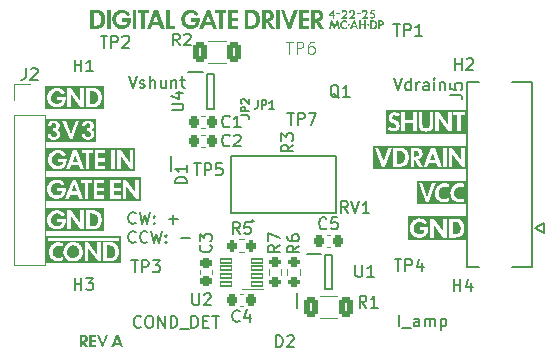
<source format=gto>
G04 #@! TF.GenerationSoftware,KiCad,Pcbnew,8.0.9*
G04 #@! TF.CreationDate,2025-04-23T02:57:42-04:00*
G04 #@! TF.ProjectId,digital-gate-driver,64696769-7461-46c2-9d67-6174652d6472,rev?*
G04 #@! TF.SameCoordinates,Original*
G04 #@! TF.FileFunction,Legend,Top*
G04 #@! TF.FilePolarity,Positive*
%FSLAX46Y46*%
G04 Gerber Fmt 4.6, Leading zero omitted, Abs format (unit mm)*
G04 Created by KiCad (PCBNEW 8.0.9) date 2025-04-23 02:57:42*
%MOMM*%
%LPD*%
G01*
G04 APERTURE LIST*
G04 Aperture macros list*
%AMRoundRect*
0 Rectangle with rounded corners*
0 $1 Rounding radius*
0 $2 $3 $4 $5 $6 $7 $8 $9 X,Y pos of 4 corners*
0 Add a 4 corners polygon primitive as box body*
4,1,4,$2,$3,$4,$5,$6,$7,$8,$9,$2,$3,0*
0 Add four circle primitives for the rounded corners*
1,1,$1+$1,$2,$3*
1,1,$1+$1,$4,$5*
1,1,$1+$1,$6,$7*
1,1,$1+$1,$8,$9*
0 Add four rect primitives between the rounded corners*
20,1,$1+$1,$2,$3,$4,$5,0*
20,1,$1+$1,$4,$5,$6,$7,0*
20,1,$1+$1,$6,$7,$8,$9,0*
20,1,$1+$1,$8,$9,$2,$3,0*%
%AMFreePoly0*
4,1,17,0.198500,-0.320000,0.195000,-0.323500,-0.045000,-0.323500,-0.048500,-0.320000,-0.048500,-0.230000,-0.051166,-0.188780,-0.092386,-0.117386,-0.163780,-0.076166,-0.205000,-0.073500,-0.445000,-0.073500,-0.486220,-0.076166,-0.557614,-0.117386,-0.598834,-0.188780,-0.601500,-0.230000,-0.601500,0.125000,0.198500,0.125000,0.198500,-0.320000,0.198500,-0.320000,$1*%
%AMFreePoly1*
4,1,11,0.173500,-0.425000,-0.170000,-0.425000,-0.202297,-0.422973,-0.247973,-0.377297,-0.250000,-0.345000,-0.250000,0.295000,-0.247973,0.327297,-0.202297,0.372973,-0.170000,0.375000,0.173500,0.375000,0.173500,-0.425000,0.173500,-0.425000,$1*%
%AMFreePoly2*
4,1,11,0.201876,0.346955,0.246955,0.301876,0.250000,0.270000,0.250000,-0.370000,0.246955,-0.401876,0.201876,-0.446955,0.170000,-0.450000,-0.173500,-0.450000,-0.173500,0.350000,0.170000,0.350000,0.201876,0.346955,0.201876,0.346955,$1*%
%AMFreePoly3*
4,1,17,-0.001500,0.345000,-0.001500,0.255000,0.001166,0.213780,0.042386,0.142386,0.113780,0.101166,0.155000,0.098500,0.395000,0.098500,0.436220,0.101166,0.507614,0.142386,0.548834,0.213780,0.551500,0.255000,0.551500,-0.100000,-0.248500,-0.100000,-0.248500,0.345000,-0.245000,0.348500,-0.005000,0.348500,-0.001500,0.345000,-0.001500,0.345000,$1*%
G04 Aperture macros list end*
%ADD10C,0.150000*%
%ADD11C,0.300000*%
%ADD12C,0.175000*%
%ADD13C,0.100000*%
%ADD14C,0.127000*%
%ADD15C,0.200000*%
%ADD16C,0.120000*%
%ADD17C,1.356200*%
%ADD18C,0.661200*%
%ADD19C,0.836200*%
%ADD20C,0.010000*%
%ADD21C,2.905000*%
%ADD22C,1.623000*%
%ADD23C,1.000000*%
%ADD24RoundRect,0.050000X0.475000X0.175000X-0.475000X0.175000X-0.475000X-0.175000X0.475000X-0.175000X0*%
%ADD25C,0.800000*%
%ADD26C,5.000000*%
%ADD27R,0.400000X1.200000*%
%ADD28R,1.700000X1.700000*%
%ADD29O,1.700000X1.700000*%
%ADD30RoundRect,0.250000X-0.312500X-0.625000X0.312500X-0.625000X0.312500X0.625000X-0.312500X0.625000X0*%
%ADD31RoundRect,0.225000X-0.225000X-0.250000X0.225000X-0.250000X0.225000X0.250000X-0.225000X0.250000X0*%
%ADD32R,1.200000X0.600000*%
%ADD33RoundRect,0.200000X0.275000X-0.200000X0.275000X0.200000X-0.275000X0.200000X-0.275000X-0.200000X0*%
%ADD34RoundRect,0.200000X-0.200000X-0.275000X0.200000X-0.275000X0.200000X0.275000X-0.200000X0.275000X0*%
%ADD35RoundRect,0.225000X0.250000X-0.225000X0.250000X0.225000X-0.250000X0.225000X-0.250000X-0.225000X0*%
%ADD36FreePoly0,90.000000*%
%ADD37FreePoly1,90.000000*%
%ADD38FreePoly2,90.000000*%
%ADD39FreePoly3,90.000000*%
%ADD40C,2.295400*%
%ADD41C,1.200000*%
%ADD42C,2.574800*%
%ADD43FreePoly0,180.000000*%
%ADD44FreePoly1,180.000000*%
%ADD45FreePoly2,180.000000*%
%ADD46FreePoly3,180.000000*%
%ADD47RoundRect,0.250000X0.312500X0.625000X-0.312500X0.625000X-0.312500X-0.625000X0.312500X-0.625000X0*%
G04 APERTURE END LIST*
D10*
X143508207Y-94864636D02*
X143460588Y-94912256D01*
X143460588Y-94912256D02*
X143317731Y-94959875D01*
X143317731Y-94959875D02*
X143222493Y-94959875D01*
X143222493Y-94959875D02*
X143079636Y-94912256D01*
X143079636Y-94912256D02*
X142984398Y-94817017D01*
X142984398Y-94817017D02*
X142936779Y-94721779D01*
X142936779Y-94721779D02*
X142889160Y-94531303D01*
X142889160Y-94531303D02*
X142889160Y-94388446D01*
X142889160Y-94388446D02*
X142936779Y-94197970D01*
X142936779Y-94197970D02*
X142984398Y-94102732D01*
X142984398Y-94102732D02*
X143079636Y-94007494D01*
X143079636Y-94007494D02*
X143222493Y-93959875D01*
X143222493Y-93959875D02*
X143317731Y-93959875D01*
X143317731Y-93959875D02*
X143460588Y-94007494D01*
X143460588Y-94007494D02*
X143508207Y-94055113D01*
X143841541Y-93959875D02*
X144079636Y-94959875D01*
X144079636Y-94959875D02*
X144270112Y-94245589D01*
X144270112Y-94245589D02*
X144460588Y-94959875D01*
X144460588Y-94959875D02*
X144698684Y-93959875D01*
X145079636Y-94864636D02*
X145127255Y-94912256D01*
X145127255Y-94912256D02*
X145079636Y-94959875D01*
X145079636Y-94959875D02*
X145032017Y-94912256D01*
X145032017Y-94912256D02*
X145079636Y-94864636D01*
X145079636Y-94864636D02*
X145079636Y-94959875D01*
X145079636Y-94340827D02*
X145127255Y-94388446D01*
X145127255Y-94388446D02*
X145079636Y-94436065D01*
X145079636Y-94436065D02*
X145032017Y-94388446D01*
X145032017Y-94388446D02*
X145079636Y-94340827D01*
X145079636Y-94340827D02*
X145079636Y-94436065D01*
X146317731Y-94578922D02*
X147079636Y-94578922D01*
X146698683Y-94959875D02*
X146698683Y-94197970D01*
X143508207Y-96474580D02*
X143460588Y-96522200D01*
X143460588Y-96522200D02*
X143317731Y-96569819D01*
X143317731Y-96569819D02*
X143222493Y-96569819D01*
X143222493Y-96569819D02*
X143079636Y-96522200D01*
X143079636Y-96522200D02*
X142984398Y-96426961D01*
X142984398Y-96426961D02*
X142936779Y-96331723D01*
X142936779Y-96331723D02*
X142889160Y-96141247D01*
X142889160Y-96141247D02*
X142889160Y-95998390D01*
X142889160Y-95998390D02*
X142936779Y-95807914D01*
X142936779Y-95807914D02*
X142984398Y-95712676D01*
X142984398Y-95712676D02*
X143079636Y-95617438D01*
X143079636Y-95617438D02*
X143222493Y-95569819D01*
X143222493Y-95569819D02*
X143317731Y-95569819D01*
X143317731Y-95569819D02*
X143460588Y-95617438D01*
X143460588Y-95617438D02*
X143508207Y-95665057D01*
X144508207Y-96474580D02*
X144460588Y-96522200D01*
X144460588Y-96522200D02*
X144317731Y-96569819D01*
X144317731Y-96569819D02*
X144222493Y-96569819D01*
X144222493Y-96569819D02*
X144079636Y-96522200D01*
X144079636Y-96522200D02*
X143984398Y-96426961D01*
X143984398Y-96426961D02*
X143936779Y-96331723D01*
X143936779Y-96331723D02*
X143889160Y-96141247D01*
X143889160Y-96141247D02*
X143889160Y-95998390D01*
X143889160Y-95998390D02*
X143936779Y-95807914D01*
X143936779Y-95807914D02*
X143984398Y-95712676D01*
X143984398Y-95712676D02*
X144079636Y-95617438D01*
X144079636Y-95617438D02*
X144222493Y-95569819D01*
X144222493Y-95569819D02*
X144317731Y-95569819D01*
X144317731Y-95569819D02*
X144460588Y-95617438D01*
X144460588Y-95617438D02*
X144508207Y-95665057D01*
X144841541Y-95569819D02*
X145079636Y-96569819D01*
X145079636Y-96569819D02*
X145270112Y-95855533D01*
X145270112Y-95855533D02*
X145460588Y-96569819D01*
X145460588Y-96569819D02*
X145698684Y-95569819D01*
X146079636Y-96474580D02*
X146127255Y-96522200D01*
X146127255Y-96522200D02*
X146079636Y-96569819D01*
X146079636Y-96569819D02*
X146032017Y-96522200D01*
X146032017Y-96522200D02*
X146079636Y-96474580D01*
X146079636Y-96474580D02*
X146079636Y-96569819D01*
X146079636Y-95950771D02*
X146127255Y-95998390D01*
X146127255Y-95998390D02*
X146079636Y-96046009D01*
X146079636Y-96046009D02*
X146032017Y-95998390D01*
X146032017Y-95998390D02*
X146079636Y-95950771D01*
X146079636Y-95950771D02*
X146079636Y-96046009D01*
X147317731Y-96188866D02*
X148079636Y-96188866D01*
D11*
G36*
X171522547Y-87316549D02*
G01*
X164735340Y-87316549D01*
X164735340Y-86946278D01*
X164902007Y-86946278D01*
X164957454Y-86999361D01*
X165018125Y-87046141D01*
X165085877Y-87083929D01*
X165097279Y-87089160D01*
X165176448Y-87119606D01*
X165265408Y-87137682D01*
X165340685Y-87142785D01*
X165417184Y-87139199D01*
X165492666Y-87126580D01*
X165506062Y-87122500D01*
X166016121Y-87122500D01*
X166331194Y-87122500D01*
X166331194Y-86440696D01*
X166978193Y-86440696D01*
X166978193Y-87122500D01*
X167291068Y-87122500D01*
X167291068Y-86452053D01*
X167472785Y-86452053D01*
X167474511Y-86531293D01*
X167481028Y-86615085D01*
X167494346Y-86700869D01*
X167516474Y-86786086D01*
X167549421Y-86868177D01*
X167595196Y-86944584D01*
X167655810Y-87012748D01*
X167733270Y-87070109D01*
X167807056Y-87103534D01*
X167894573Y-87128132D01*
X167991243Y-87143731D01*
X168067000Y-87149422D01*
X168143399Y-87149882D01*
X168218512Y-87145038D01*
X168313323Y-87130205D01*
X168339834Y-87122500D01*
X168888050Y-87122500D01*
X169209352Y-87122500D01*
X169209352Y-86039893D01*
X169990806Y-87122500D01*
X170284631Y-87122500D01*
X170284631Y-85788567D01*
X170415056Y-85788567D01*
X170725733Y-85788567D01*
X170725733Y-87122500D01*
X171038608Y-87122500D01*
X171038608Y-85788567D01*
X171355880Y-85788567D01*
X171355880Y-85528082D01*
X170415056Y-85528082D01*
X170415056Y-85788567D01*
X170284631Y-85788567D01*
X170284631Y-85528082D01*
X169971756Y-85528082D01*
X169971756Y-86573319D01*
X169211550Y-85528082D01*
X168888050Y-85528082D01*
X168888050Y-87122500D01*
X168339834Y-87122500D01*
X168397836Y-87105643D01*
X168451710Y-87080734D01*
X168524734Y-87030981D01*
X168583119Y-86975950D01*
X168628493Y-86916949D01*
X168671567Y-86834371D01*
X168698266Y-86750169D01*
X168712448Y-86667447D01*
X168717974Y-86589309D01*
X168718588Y-86502813D01*
X168718423Y-86472936D01*
X168718423Y-85528082D01*
X168403350Y-85528082D01*
X168403350Y-86428972D01*
X168403505Y-86507008D01*
X168397867Y-86591343D01*
X168384110Y-86667163D01*
X168358064Y-86739328D01*
X168315932Y-86799686D01*
X168281351Y-86826844D01*
X168212097Y-86853434D01*
X168129314Y-86864628D01*
X168055192Y-86862178D01*
X167973899Y-86845510D01*
X167924512Y-86824645D01*
X167867131Y-86778798D01*
X167822737Y-86709531D01*
X167798982Y-86629713D01*
X167789461Y-86544632D01*
X167787769Y-86459578D01*
X167787858Y-86418714D01*
X167787858Y-85528082D01*
X167472785Y-85528082D01*
X167472785Y-86452053D01*
X167291068Y-86452053D01*
X167291068Y-85528082D01*
X166978193Y-85528082D01*
X166978193Y-86182409D01*
X166331194Y-86182409D01*
X166331194Y-85528082D01*
X166016121Y-85528082D01*
X166016121Y-87122500D01*
X165506062Y-87122500D01*
X165564890Y-87104583D01*
X165631614Y-87072867D01*
X165662213Y-87053257D01*
X165723509Y-86999984D01*
X165772574Y-86940663D01*
X165810365Y-86877245D01*
X165843207Y-86795189D01*
X165861799Y-86713602D01*
X165868011Y-86636297D01*
X165863713Y-86567091D01*
X165847761Y-86480749D01*
X165822171Y-86409892D01*
X165777276Y-86339221D01*
X165718815Y-86283795D01*
X165647619Y-86238643D01*
X165564517Y-86198793D01*
X165490021Y-86167388D01*
X165437265Y-86144307D01*
X165364226Y-86114090D01*
X165295197Y-86071519D01*
X165248710Y-86012476D01*
X165241993Y-85995929D01*
X165236401Y-85920608D01*
X165259897Y-85850004D01*
X165267272Y-85838759D01*
X165320824Y-85786462D01*
X165389991Y-85761721D01*
X165414184Y-85759258D01*
X165490479Y-85765213D01*
X165557852Y-85794957D01*
X165616812Y-85843027D01*
X165664044Y-85893347D01*
X165851257Y-85660706D01*
X165795489Y-85612305D01*
X165733654Y-85572412D01*
X165666056Y-85543086D01*
X165589919Y-85522862D01*
X165508518Y-85511567D01*
X165425129Y-85509031D01*
X165343029Y-85515082D01*
X165265492Y-85529548D01*
X165195794Y-85552257D01*
X165137213Y-85583037D01*
X165076343Y-85629866D01*
X165016710Y-85693362D01*
X164973776Y-85761025D01*
X164945850Y-85831411D01*
X164929761Y-85917439D01*
X164929916Y-86002820D01*
X164931316Y-86016812D01*
X164945368Y-86100005D01*
X164971124Y-86171624D01*
X165018089Y-86246963D01*
X165079447Y-86309046D01*
X165153034Y-86360557D01*
X165219256Y-86395957D01*
X165290811Y-86427682D01*
X165309404Y-86435200D01*
X165359596Y-86454251D01*
X165430018Y-86483950D01*
X165495691Y-86523755D01*
X165545953Y-86578557D01*
X165563294Y-86617283D01*
X165568291Y-86690913D01*
X165551093Y-86762255D01*
X165542412Y-86778483D01*
X165487427Y-86833938D01*
X165419205Y-86866300D01*
X165380845Y-86872639D01*
X165306759Y-86871849D01*
X165231652Y-86852392D01*
X165167794Y-86815179D01*
X165109824Y-86765484D01*
X165067603Y-86722063D01*
X164902007Y-86946278D01*
X164735340Y-86946278D01*
X164735340Y-85342364D01*
X171522547Y-85342364D01*
X171522547Y-87316549D01*
G37*
G36*
X165811159Y-88788675D02*
G01*
X165900874Y-88792297D01*
X165983967Y-88805296D01*
X166061199Y-88833567D01*
X166133335Y-88883003D01*
X166187886Y-88941754D01*
X166240055Y-89020842D01*
X166271879Y-89092072D01*
X166293373Y-89171859D01*
X166304855Y-89257184D01*
X166306642Y-89345029D01*
X166299053Y-89432376D01*
X166282405Y-89516207D01*
X166257016Y-89593503D01*
X166223203Y-89661247D01*
X166173973Y-89725849D01*
X166118428Y-89774900D01*
X166042215Y-89817604D01*
X165960980Y-89843526D01*
X165877413Y-89856844D01*
X165794207Y-89861733D01*
X165729710Y-89862381D01*
X165637386Y-89862381D01*
X165637386Y-88788567D01*
X165734106Y-88788567D01*
X165811159Y-88788675D01*
G37*
G36*
X167249190Y-88791236D02*
G01*
X167325222Y-88801501D01*
X167403144Y-88828057D01*
X167442829Y-88860008D01*
X167477368Y-88931821D01*
X167486032Y-89007160D01*
X167476955Y-89081281D01*
X167468108Y-89110968D01*
X167427234Y-89179797D01*
X167369777Y-89226691D01*
X167298688Y-89254399D01*
X167283094Y-89257880D01*
X167210159Y-89267729D01*
X167136351Y-89270254D01*
X167100645Y-89270336D01*
X167100645Y-88788567D01*
X167175853Y-88788241D01*
X167249190Y-88791236D01*
G37*
G36*
X168874215Y-89519464D02*
G01*
X168445935Y-89519464D01*
X168666486Y-88928152D01*
X168874215Y-89519464D01*
G37*
G36*
X171572092Y-90289167D02*
G01*
X163593835Y-90289167D01*
X163593835Y-88528082D01*
X163760502Y-88528082D01*
X164377826Y-90122500D01*
X164619626Y-90122500D01*
X164714541Y-89862381D01*
X165322313Y-89862381D01*
X165322313Y-90122500D01*
X165818004Y-90122500D01*
X165910836Y-90119888D01*
X166005411Y-90110604D01*
X166099934Y-90092476D01*
X166192611Y-90063332D01*
X166259828Y-90032937D01*
X166324240Y-89994206D01*
X166385090Y-89946224D01*
X166441620Y-89888074D01*
X166493074Y-89818838D01*
X166508967Y-89793138D01*
X166547576Y-89715872D01*
X166578276Y-89630036D01*
X166601040Y-89537570D01*
X166615839Y-89440413D01*
X166622646Y-89340505D01*
X166621436Y-89239787D01*
X166612180Y-89140197D01*
X166594851Y-89043677D01*
X166569422Y-88952165D01*
X166535866Y-88867602D01*
X166508967Y-88816045D01*
X166490641Y-88788567D01*
X166785572Y-88788567D01*
X166785572Y-90122500D01*
X167100645Y-90122500D01*
X167100645Y-89502611D01*
X167535153Y-90122500D01*
X167879902Y-90122500D01*
X167893457Y-90122500D01*
X168214759Y-90122500D01*
X168338956Y-89794237D01*
X168968737Y-89794237D01*
X169096964Y-90122500D01*
X169407641Y-90122500D01*
X169524145Y-90122500D01*
X169839218Y-90122500D01*
X170008845Y-90122500D01*
X170330146Y-90122500D01*
X170330146Y-89039893D01*
X171111601Y-90122500D01*
X171405425Y-90122500D01*
X171405425Y-88528082D01*
X171092550Y-88528082D01*
X171092550Y-89573319D01*
X170332344Y-88528082D01*
X170008845Y-88528082D01*
X170008845Y-90122500D01*
X169839218Y-90122500D01*
X169839218Y-88528082D01*
X169524145Y-88528082D01*
X169524145Y-90122500D01*
X169407641Y-90122500D01*
X168815596Y-88515626D01*
X168517376Y-88515626D01*
X168127605Y-89519464D01*
X167893457Y-90122500D01*
X167879902Y-90122500D01*
X167428175Y-89456816D01*
X167503176Y-89438480D01*
X167572552Y-89408503D01*
X167641330Y-89362942D01*
X167696841Y-89309619D01*
X167730792Y-89265940D01*
X167767438Y-89200983D01*
X167792592Y-89127617D01*
X167805820Y-89048810D01*
X167806683Y-88967532D01*
X167794748Y-88886750D01*
X167769577Y-88809433D01*
X167755704Y-88780141D01*
X167717906Y-88717211D01*
X167660776Y-88650915D01*
X167597012Y-88602249D01*
X167527768Y-88568491D01*
X167454200Y-88546921D01*
X167377463Y-88534815D01*
X167298711Y-88529451D01*
X167219099Y-88528109D01*
X167199197Y-88528082D01*
X166785572Y-88528082D01*
X166785572Y-88788567D01*
X166490641Y-88788567D01*
X166461832Y-88745372D01*
X166410712Y-88687300D01*
X166337480Y-88627338D01*
X166259870Y-88584658D01*
X166179426Y-88556338D01*
X166097694Y-88539453D01*
X166016219Y-88531079D01*
X165936548Y-88528293D01*
X165897871Y-88528082D01*
X165322313Y-88528082D01*
X165322313Y-89862381D01*
X164714541Y-89862381D01*
X165201413Y-88528082D01*
X164903192Y-88528082D01*
X164506053Y-89667475D01*
X164064951Y-88528082D01*
X163760502Y-88528082D01*
X163593835Y-88528082D01*
X163593835Y-88348959D01*
X171572092Y-88348959D01*
X171572092Y-90289167D01*
G37*
G36*
X171499605Y-93298766D02*
G01*
X167294533Y-93298766D01*
X167294533Y-91528082D01*
X167461200Y-91528082D01*
X168078524Y-93122500D01*
X168320324Y-93122500D01*
X168622180Y-92295249D01*
X168845324Y-92295249D01*
X168846605Y-92386703D01*
X168855228Y-92479805D01*
X168873828Y-92573457D01*
X168895911Y-92643395D01*
X168926203Y-92712561D01*
X168965813Y-92780490D01*
X169015855Y-92846719D01*
X169077441Y-92910784D01*
X169151683Y-92972221D01*
X169208758Y-93011491D01*
X169283402Y-93053781D01*
X169359347Y-93086553D01*
X169436254Y-93110242D01*
X169513782Y-93125279D01*
X169591589Y-93132099D01*
X169669337Y-93131133D01*
X169746683Y-93122814D01*
X169823288Y-93107576D01*
X169898811Y-93085851D01*
X169972912Y-93058072D01*
X170021354Y-93036404D01*
X170021354Y-92728292D01*
X169956793Y-92775093D01*
X169891695Y-92812901D01*
X169817696Y-92841765D01*
X169769661Y-92853954D01*
X169692042Y-92863869D01*
X169615480Y-92860905D01*
X169541030Y-92845976D01*
X169469751Y-92819998D01*
X169402697Y-92783883D01*
X169340927Y-92738546D01*
X169317934Y-92718033D01*
X169262761Y-92658762D01*
X169220773Y-92597631D01*
X169184677Y-92519644D01*
X169164217Y-92441151D01*
X169156633Y-92363487D01*
X169158923Y-92295249D01*
X170156908Y-92295249D01*
X170158189Y-92386703D01*
X170166812Y-92479805D01*
X170185412Y-92573457D01*
X170207496Y-92643395D01*
X170237787Y-92712561D01*
X170277397Y-92780490D01*
X170327439Y-92846719D01*
X170389025Y-92910784D01*
X170463267Y-92972221D01*
X170520342Y-93011491D01*
X170594986Y-93053781D01*
X170670931Y-93086553D01*
X170747838Y-93110242D01*
X170825366Y-93125279D01*
X170903173Y-93132099D01*
X170980921Y-93131133D01*
X171058267Y-93122814D01*
X171134872Y-93107576D01*
X171210395Y-93085851D01*
X171284496Y-93058072D01*
X171332938Y-93036404D01*
X171332938Y-92728292D01*
X171268377Y-92775093D01*
X171203279Y-92812901D01*
X171129280Y-92841765D01*
X171081245Y-92853954D01*
X171003626Y-92863869D01*
X170927064Y-92860905D01*
X170852614Y-92845976D01*
X170781335Y-92819998D01*
X170714281Y-92783883D01*
X170652511Y-92738546D01*
X170629518Y-92718033D01*
X170574345Y-92658762D01*
X170532357Y-92597631D01*
X170496261Y-92519644D01*
X170475801Y-92441151D01*
X170468217Y-92363487D01*
X170470752Y-92287985D01*
X170478210Y-92230036D01*
X170502442Y-92145791D01*
X170534276Y-92077553D01*
X170576853Y-92012782D01*
X170630325Y-91953056D01*
X170694842Y-91899952D01*
X170770555Y-91855044D01*
X170787055Y-91847185D01*
X170857580Y-91821048D01*
X170934694Y-91805117D01*
X171017634Y-91801925D01*
X171105638Y-91814005D01*
X171179173Y-91836366D01*
X171255070Y-91871418D01*
X171332938Y-91920458D01*
X171332938Y-91595493D01*
X171262397Y-91568421D01*
X171190326Y-91546578D01*
X171117091Y-91530304D01*
X171043054Y-91519939D01*
X170968580Y-91515824D01*
X170894033Y-91518300D01*
X170819777Y-91527707D01*
X170746177Y-91544385D01*
X170673595Y-91568676D01*
X170602396Y-91600919D01*
X170555879Y-91627001D01*
X170482145Y-91677428D01*
X170416587Y-91732581D01*
X170358976Y-91791700D01*
X170309085Y-91854023D01*
X170266686Y-91918791D01*
X170231550Y-91985241D01*
X170195605Y-92075146D01*
X170171625Y-92164887D01*
X170159071Y-92252662D01*
X170156908Y-92295249D01*
X169158923Y-92295249D01*
X169159167Y-92287985D01*
X169166626Y-92230036D01*
X169190858Y-92145791D01*
X169222692Y-92077553D01*
X169265269Y-92012782D01*
X169318741Y-91953056D01*
X169383258Y-91899952D01*
X169458971Y-91855044D01*
X169475471Y-91847185D01*
X169545996Y-91821048D01*
X169623110Y-91805117D01*
X169706050Y-91801925D01*
X169794054Y-91814005D01*
X169867589Y-91836366D01*
X169943486Y-91871418D01*
X170021354Y-91920458D01*
X170021354Y-91595493D01*
X169950813Y-91568421D01*
X169878742Y-91546578D01*
X169805507Y-91530304D01*
X169731470Y-91519939D01*
X169656996Y-91515824D01*
X169582449Y-91518300D01*
X169508193Y-91527707D01*
X169434593Y-91544385D01*
X169362011Y-91568676D01*
X169290812Y-91600919D01*
X169244295Y-91627001D01*
X169170561Y-91677428D01*
X169105003Y-91732581D01*
X169047392Y-91791700D01*
X168997501Y-91854023D01*
X168955102Y-91918791D01*
X168919965Y-91985241D01*
X168884021Y-92075146D01*
X168860041Y-92164887D01*
X168847486Y-92252662D01*
X168845324Y-92295249D01*
X168622180Y-92295249D01*
X168902111Y-91528082D01*
X168603890Y-91528082D01*
X168206751Y-92667475D01*
X167765649Y-91528082D01*
X167461200Y-91528082D01*
X167294533Y-91528082D01*
X167294533Y-91349157D01*
X171499605Y-91349157D01*
X171499605Y-93298766D01*
G37*
G36*
X170526024Y-94788675D02*
G01*
X170615739Y-94792297D01*
X170698831Y-94805296D01*
X170776064Y-94833567D01*
X170848199Y-94883003D01*
X170902751Y-94941754D01*
X170954920Y-95020842D01*
X170986744Y-95092072D01*
X171008238Y-95171859D01*
X171019719Y-95257184D01*
X171021507Y-95345029D01*
X171013918Y-95432376D01*
X170997270Y-95516207D01*
X170971880Y-95593503D01*
X170938067Y-95661247D01*
X170888838Y-95725849D01*
X170833293Y-95774900D01*
X170757080Y-95817604D01*
X170675844Y-95843526D01*
X170592277Y-95856844D01*
X170509071Y-95861733D01*
X170444575Y-95862381D01*
X170352251Y-95862381D01*
X170352251Y-94788567D01*
X170448971Y-94788567D01*
X170526024Y-94788675D01*
G37*
G36*
X171504178Y-96302192D02*
G01*
X166548698Y-96302192D01*
X166548698Y-95260387D01*
X166715365Y-95260387D01*
X166716382Y-95354092D01*
X166723779Y-95422744D01*
X166736911Y-95498069D01*
X166756304Y-95571864D01*
X166782250Y-95643683D01*
X166815040Y-95713078D01*
X166854967Y-95779602D01*
X166902322Y-95842806D01*
X166957397Y-95902245D01*
X167020483Y-95957470D01*
X167091871Y-96008034D01*
X167171854Y-96053489D01*
X167230095Y-96080734D01*
X167316215Y-96110458D01*
X167409218Y-96128728D01*
X167506712Y-96135525D01*
X167581341Y-96133085D01*
X167656141Y-96124175D01*
X167664193Y-96122500D01*
X168436898Y-96122500D01*
X168758200Y-96122500D01*
X168758200Y-95039893D01*
X169539655Y-96122500D01*
X169833479Y-96122500D01*
X169833479Y-94788567D01*
X170037178Y-94788567D01*
X170037178Y-95862381D01*
X170037178Y-96122500D01*
X170532868Y-96122500D01*
X170625700Y-96119888D01*
X170720275Y-96110604D01*
X170814799Y-96092476D01*
X170907476Y-96063332D01*
X170974693Y-96032937D01*
X171039105Y-95994206D01*
X171099954Y-95946224D01*
X171156485Y-95888074D01*
X171207939Y-95818838D01*
X171223831Y-95793138D01*
X171262441Y-95715872D01*
X171293141Y-95630036D01*
X171315904Y-95537570D01*
X171330703Y-95440413D01*
X171337511Y-95340505D01*
X171336300Y-95239787D01*
X171327044Y-95140197D01*
X171309715Y-95043677D01*
X171284286Y-94952165D01*
X171250731Y-94867602D01*
X171223831Y-94816045D01*
X171176696Y-94745372D01*
X171125576Y-94687300D01*
X171052345Y-94627338D01*
X170974735Y-94584658D01*
X170894290Y-94556338D01*
X170812558Y-94539453D01*
X170731084Y-94531079D01*
X170651412Y-94528293D01*
X170612736Y-94528082D01*
X170037178Y-94528082D01*
X170037178Y-94788567D01*
X169833479Y-94788567D01*
X169833479Y-94528082D01*
X169520604Y-94528082D01*
X169520604Y-95573319D01*
X168760398Y-94528082D01*
X168436898Y-94528082D01*
X168436898Y-96122500D01*
X167664193Y-96122500D01*
X167730105Y-96108788D01*
X167802224Y-96086916D01*
X167871488Y-96058553D01*
X167936888Y-96023692D01*
X167977844Y-95996837D01*
X168052060Y-95935252D01*
X168113687Y-95866373D01*
X168163854Y-95792138D01*
X168203688Y-95714488D01*
X168234319Y-95635362D01*
X168256875Y-95556701D01*
X168272485Y-95480443D01*
X168284441Y-95385859D01*
X168288729Y-95303596D01*
X168288521Y-95252751D01*
X167549198Y-95252751D01*
X167549198Y-95512869D01*
X167960991Y-95512869D01*
X167944055Y-95588669D01*
X167912401Y-95663061D01*
X167871061Y-95724975D01*
X167862073Y-95734886D01*
X167805112Y-95782020D01*
X167728943Y-95820091D01*
X167648408Y-95840866D01*
X167567911Y-95847388D01*
X167491858Y-95842699D01*
X167456874Y-95837102D01*
X167384823Y-95816256D01*
X167308909Y-95781930D01*
X167246374Y-95743226D01*
X167187651Y-95695511D01*
X167135689Y-95638945D01*
X167093441Y-95573686D01*
X167060820Y-95494097D01*
X167041388Y-95410167D01*
X167034809Y-95324368D01*
X167040747Y-95239174D01*
X167058868Y-95157060D01*
X167088836Y-95080499D01*
X167104065Y-95051983D01*
X167146074Y-94986876D01*
X167206653Y-94919932D01*
X167273599Y-94867874D01*
X167344126Y-94829460D01*
X167415452Y-94803451D01*
X167498177Y-94786865D01*
X167524285Y-94784537D01*
X167609905Y-94784722D01*
X167688938Y-94799647D01*
X167763060Y-94830259D01*
X167833949Y-94877506D01*
X167889459Y-94927917D01*
X167944831Y-94990067D01*
X168000925Y-95064439D01*
X168198395Y-94851215D01*
X168144820Y-94788739D01*
X168083060Y-94723841D01*
X168024707Y-94671542D01*
X167955593Y-94622295D01*
X167883311Y-94584177D01*
X167803455Y-94553361D01*
X167729805Y-94530832D01*
X167654558Y-94515204D01*
X167578339Y-94506522D01*
X167501773Y-94504830D01*
X167425485Y-94510169D01*
X167350099Y-94522585D01*
X167276241Y-94542120D01*
X167204535Y-94568817D01*
X167135606Y-94602721D01*
X167070080Y-94643875D01*
X167028594Y-94675361D01*
X166955218Y-94741304D01*
X166892936Y-94809247D01*
X166841118Y-94878793D01*
X166799131Y-94949544D01*
X166766342Y-95021103D01*
X166742120Y-95093076D01*
X166725832Y-95165064D01*
X166715365Y-95260387D01*
X166548698Y-95260387D01*
X166548698Y-94338163D01*
X171504178Y-94338163D01*
X171504178Y-96302192D01*
G37*
D10*
X143947618Y-103659580D02*
X143899999Y-103707200D01*
X143899999Y-103707200D02*
X143757142Y-103754819D01*
X143757142Y-103754819D02*
X143661904Y-103754819D01*
X143661904Y-103754819D02*
X143519047Y-103707200D01*
X143519047Y-103707200D02*
X143423809Y-103611961D01*
X143423809Y-103611961D02*
X143376190Y-103516723D01*
X143376190Y-103516723D02*
X143328571Y-103326247D01*
X143328571Y-103326247D02*
X143328571Y-103183390D01*
X143328571Y-103183390D02*
X143376190Y-102992914D01*
X143376190Y-102992914D02*
X143423809Y-102897676D01*
X143423809Y-102897676D02*
X143519047Y-102802438D01*
X143519047Y-102802438D02*
X143661904Y-102754819D01*
X143661904Y-102754819D02*
X143757142Y-102754819D01*
X143757142Y-102754819D02*
X143899999Y-102802438D01*
X143899999Y-102802438D02*
X143947618Y-102850057D01*
X144566666Y-102754819D02*
X144757142Y-102754819D01*
X144757142Y-102754819D02*
X144852380Y-102802438D01*
X144852380Y-102802438D02*
X144947618Y-102897676D01*
X144947618Y-102897676D02*
X144995237Y-103088152D01*
X144995237Y-103088152D02*
X144995237Y-103421485D01*
X144995237Y-103421485D02*
X144947618Y-103611961D01*
X144947618Y-103611961D02*
X144852380Y-103707200D01*
X144852380Y-103707200D02*
X144757142Y-103754819D01*
X144757142Y-103754819D02*
X144566666Y-103754819D01*
X144566666Y-103754819D02*
X144471428Y-103707200D01*
X144471428Y-103707200D02*
X144376190Y-103611961D01*
X144376190Y-103611961D02*
X144328571Y-103421485D01*
X144328571Y-103421485D02*
X144328571Y-103088152D01*
X144328571Y-103088152D02*
X144376190Y-102897676D01*
X144376190Y-102897676D02*
X144471428Y-102802438D01*
X144471428Y-102802438D02*
X144566666Y-102754819D01*
X145423809Y-103754819D02*
X145423809Y-102754819D01*
X145423809Y-102754819D02*
X145995237Y-103754819D01*
X145995237Y-103754819D02*
X145995237Y-102754819D01*
X146471428Y-103754819D02*
X146471428Y-102754819D01*
X146471428Y-102754819D02*
X146709523Y-102754819D01*
X146709523Y-102754819D02*
X146852380Y-102802438D01*
X146852380Y-102802438D02*
X146947618Y-102897676D01*
X146947618Y-102897676D02*
X146995237Y-102992914D01*
X146995237Y-102992914D02*
X147042856Y-103183390D01*
X147042856Y-103183390D02*
X147042856Y-103326247D01*
X147042856Y-103326247D02*
X146995237Y-103516723D01*
X146995237Y-103516723D02*
X146947618Y-103611961D01*
X146947618Y-103611961D02*
X146852380Y-103707200D01*
X146852380Y-103707200D02*
X146709523Y-103754819D01*
X146709523Y-103754819D02*
X146471428Y-103754819D01*
X147233333Y-103850057D02*
X147995237Y-103850057D01*
X148233333Y-103754819D02*
X148233333Y-102754819D01*
X148233333Y-102754819D02*
X148471428Y-102754819D01*
X148471428Y-102754819D02*
X148614285Y-102802438D01*
X148614285Y-102802438D02*
X148709523Y-102897676D01*
X148709523Y-102897676D02*
X148757142Y-102992914D01*
X148757142Y-102992914D02*
X148804761Y-103183390D01*
X148804761Y-103183390D02*
X148804761Y-103326247D01*
X148804761Y-103326247D02*
X148757142Y-103516723D01*
X148757142Y-103516723D02*
X148709523Y-103611961D01*
X148709523Y-103611961D02*
X148614285Y-103707200D01*
X148614285Y-103707200D02*
X148471428Y-103754819D01*
X148471428Y-103754819D02*
X148233333Y-103754819D01*
X149233333Y-103231009D02*
X149566666Y-103231009D01*
X149709523Y-103754819D02*
X149233333Y-103754819D01*
X149233333Y-103754819D02*
X149233333Y-102754819D01*
X149233333Y-102754819D02*
X149709523Y-102754819D01*
X149995238Y-102754819D02*
X150566666Y-102754819D01*
X150280952Y-103754819D02*
X150280952Y-102754819D01*
X165847619Y-103654819D02*
X165847619Y-102654819D01*
X166085714Y-103750057D02*
X166847618Y-103750057D01*
X167514285Y-103654819D02*
X167514285Y-103131009D01*
X167514285Y-103131009D02*
X167466666Y-103035771D01*
X167466666Y-103035771D02*
X167371428Y-102988152D01*
X167371428Y-102988152D02*
X167180952Y-102988152D01*
X167180952Y-102988152D02*
X167085714Y-103035771D01*
X167514285Y-103607200D02*
X167419047Y-103654819D01*
X167419047Y-103654819D02*
X167180952Y-103654819D01*
X167180952Y-103654819D02*
X167085714Y-103607200D01*
X167085714Y-103607200D02*
X167038095Y-103511961D01*
X167038095Y-103511961D02*
X167038095Y-103416723D01*
X167038095Y-103416723D02*
X167085714Y-103321485D01*
X167085714Y-103321485D02*
X167180952Y-103273866D01*
X167180952Y-103273866D02*
X167419047Y-103273866D01*
X167419047Y-103273866D02*
X167514285Y-103226247D01*
X167990476Y-103654819D02*
X167990476Y-102988152D01*
X167990476Y-103083390D02*
X168038095Y-103035771D01*
X168038095Y-103035771D02*
X168133333Y-102988152D01*
X168133333Y-102988152D02*
X168276190Y-102988152D01*
X168276190Y-102988152D02*
X168371428Y-103035771D01*
X168371428Y-103035771D02*
X168419047Y-103131009D01*
X168419047Y-103131009D02*
X168419047Y-103654819D01*
X168419047Y-103131009D02*
X168466666Y-103035771D01*
X168466666Y-103035771D02*
X168561904Y-102988152D01*
X168561904Y-102988152D02*
X168704761Y-102988152D01*
X168704761Y-102988152D02*
X168800000Y-103035771D01*
X168800000Y-103035771D02*
X168847619Y-103131009D01*
X168847619Y-103131009D02*
X168847619Y-103654819D01*
X169323809Y-102988152D02*
X169323809Y-103988152D01*
X169323809Y-103035771D02*
X169419047Y-102988152D01*
X169419047Y-102988152D02*
X169609523Y-102988152D01*
X169609523Y-102988152D02*
X169704761Y-103035771D01*
X169704761Y-103035771D02*
X169752380Y-103083390D01*
X169752380Y-103083390D02*
X169799999Y-103178628D01*
X169799999Y-103178628D02*
X169799999Y-103464342D01*
X169799999Y-103464342D02*
X169752380Y-103559580D01*
X169752380Y-103559580D02*
X169704761Y-103607200D01*
X169704761Y-103607200D02*
X169609523Y-103654819D01*
X169609523Y-103654819D02*
X169419047Y-103654819D01*
X169419047Y-103654819D02*
X169323809Y-103607200D01*
X165361905Y-82654819D02*
X165695238Y-83654819D01*
X165695238Y-83654819D02*
X166028571Y-82654819D01*
X166790476Y-83654819D02*
X166790476Y-82654819D01*
X166790476Y-83607200D02*
X166695238Y-83654819D01*
X166695238Y-83654819D02*
X166504762Y-83654819D01*
X166504762Y-83654819D02*
X166409524Y-83607200D01*
X166409524Y-83607200D02*
X166361905Y-83559580D01*
X166361905Y-83559580D02*
X166314286Y-83464342D01*
X166314286Y-83464342D02*
X166314286Y-83178628D01*
X166314286Y-83178628D02*
X166361905Y-83083390D01*
X166361905Y-83083390D02*
X166409524Y-83035771D01*
X166409524Y-83035771D02*
X166504762Y-82988152D01*
X166504762Y-82988152D02*
X166695238Y-82988152D01*
X166695238Y-82988152D02*
X166790476Y-83035771D01*
X167266667Y-83654819D02*
X167266667Y-82988152D01*
X167266667Y-83178628D02*
X167314286Y-83083390D01*
X167314286Y-83083390D02*
X167361905Y-83035771D01*
X167361905Y-83035771D02*
X167457143Y-82988152D01*
X167457143Y-82988152D02*
X167552381Y-82988152D01*
X168314286Y-83654819D02*
X168314286Y-83131009D01*
X168314286Y-83131009D02*
X168266667Y-83035771D01*
X168266667Y-83035771D02*
X168171429Y-82988152D01*
X168171429Y-82988152D02*
X167980953Y-82988152D01*
X167980953Y-82988152D02*
X167885715Y-83035771D01*
X168314286Y-83607200D02*
X168219048Y-83654819D01*
X168219048Y-83654819D02*
X167980953Y-83654819D01*
X167980953Y-83654819D02*
X167885715Y-83607200D01*
X167885715Y-83607200D02*
X167838096Y-83511961D01*
X167838096Y-83511961D02*
X167838096Y-83416723D01*
X167838096Y-83416723D02*
X167885715Y-83321485D01*
X167885715Y-83321485D02*
X167980953Y-83273866D01*
X167980953Y-83273866D02*
X168219048Y-83273866D01*
X168219048Y-83273866D02*
X168314286Y-83226247D01*
X168790477Y-83654819D02*
X168790477Y-82988152D01*
X168790477Y-82654819D02*
X168742858Y-82702438D01*
X168742858Y-82702438D02*
X168790477Y-82750057D01*
X168790477Y-82750057D02*
X168838096Y-82702438D01*
X168838096Y-82702438D02*
X168790477Y-82654819D01*
X168790477Y-82654819D02*
X168790477Y-82750057D01*
X169266667Y-82988152D02*
X169266667Y-83654819D01*
X169266667Y-83083390D02*
X169314286Y-83035771D01*
X169314286Y-83035771D02*
X169409524Y-82988152D01*
X169409524Y-82988152D02*
X169552381Y-82988152D01*
X169552381Y-82988152D02*
X169647619Y-83035771D01*
X169647619Y-83035771D02*
X169695238Y-83131009D01*
X169695238Y-83131009D02*
X169695238Y-83654819D01*
X142919047Y-82454819D02*
X143252380Y-83454819D01*
X143252380Y-83454819D02*
X143585713Y-82454819D01*
X143871428Y-83407200D02*
X143966666Y-83454819D01*
X143966666Y-83454819D02*
X144157142Y-83454819D01*
X144157142Y-83454819D02*
X144252380Y-83407200D01*
X144252380Y-83407200D02*
X144299999Y-83311961D01*
X144299999Y-83311961D02*
X144299999Y-83264342D01*
X144299999Y-83264342D02*
X144252380Y-83169104D01*
X144252380Y-83169104D02*
X144157142Y-83121485D01*
X144157142Y-83121485D02*
X144014285Y-83121485D01*
X144014285Y-83121485D02*
X143919047Y-83073866D01*
X143919047Y-83073866D02*
X143871428Y-82978628D01*
X143871428Y-82978628D02*
X143871428Y-82931009D01*
X143871428Y-82931009D02*
X143919047Y-82835771D01*
X143919047Y-82835771D02*
X144014285Y-82788152D01*
X144014285Y-82788152D02*
X144157142Y-82788152D01*
X144157142Y-82788152D02*
X144252380Y-82835771D01*
X144728571Y-83454819D02*
X144728571Y-82454819D01*
X145157142Y-83454819D02*
X145157142Y-82931009D01*
X145157142Y-82931009D02*
X145109523Y-82835771D01*
X145109523Y-82835771D02*
X145014285Y-82788152D01*
X145014285Y-82788152D02*
X144871428Y-82788152D01*
X144871428Y-82788152D02*
X144776190Y-82835771D01*
X144776190Y-82835771D02*
X144728571Y-82883390D01*
X146061904Y-82788152D02*
X146061904Y-83454819D01*
X145633333Y-82788152D02*
X145633333Y-83311961D01*
X145633333Y-83311961D02*
X145680952Y-83407200D01*
X145680952Y-83407200D02*
X145776190Y-83454819D01*
X145776190Y-83454819D02*
X145919047Y-83454819D01*
X145919047Y-83454819D02*
X146014285Y-83407200D01*
X146014285Y-83407200D02*
X146061904Y-83359580D01*
X146538095Y-82788152D02*
X146538095Y-83454819D01*
X146538095Y-82883390D02*
X146585714Y-82835771D01*
X146585714Y-82835771D02*
X146680952Y-82788152D01*
X146680952Y-82788152D02*
X146823809Y-82788152D01*
X146823809Y-82788152D02*
X146919047Y-82835771D01*
X146919047Y-82835771D02*
X146966666Y-82931009D01*
X146966666Y-82931009D02*
X146966666Y-83454819D01*
X147300000Y-82788152D02*
X147680952Y-82788152D01*
X147442857Y-82454819D02*
X147442857Y-83311961D01*
X147442857Y-83311961D02*
X147490476Y-83407200D01*
X147490476Y-83407200D02*
X147585714Y-83454819D01*
X147585714Y-83454819D02*
X147680952Y-83454819D01*
D12*
G36*
X139075724Y-104367072D02*
G01*
X139128798Y-104367967D01*
X139181300Y-104371543D01*
X139232458Y-104379614D01*
X139281503Y-104393994D01*
X139327666Y-104416499D01*
X139370175Y-104448943D01*
X139408262Y-104493140D01*
X139433461Y-104535094D01*
X139442709Y-104554622D01*
X139459490Y-104606166D01*
X139467447Y-104660021D01*
X139466871Y-104714207D01*
X139458053Y-104766744D01*
X139441283Y-104815655D01*
X139416852Y-104858960D01*
X139394219Y-104888079D01*
X139357211Y-104923628D01*
X139311359Y-104954002D01*
X139265109Y-104973987D01*
X139215108Y-104986210D01*
X139516259Y-105430000D01*
X139286427Y-105430000D01*
X138996755Y-105016741D01*
X138996755Y-105430000D01*
X138786706Y-105430000D01*
X138786706Y-104540711D01*
X138996755Y-104540711D01*
X138996755Y-104861891D01*
X139020558Y-104861836D01*
X139069764Y-104860152D01*
X139118387Y-104853586D01*
X139128783Y-104851266D01*
X139176176Y-104832794D01*
X139214481Y-104801531D01*
X139241730Y-104755645D01*
X139247628Y-104735854D01*
X139253679Y-104686440D01*
X139247903Y-104636214D01*
X139224877Y-104588339D01*
X139198420Y-104567038D01*
X139146473Y-104549334D01*
X139095784Y-104542491D01*
X139046893Y-104540494D01*
X138996755Y-104540711D01*
X138786706Y-104540711D01*
X138786706Y-104367055D01*
X139062456Y-104367055D01*
X139075724Y-104367072D01*
G37*
G36*
X140149825Y-104367055D02*
G01*
X139578541Y-104367055D01*
X139578541Y-105430000D01*
X140149825Y-105430000D01*
X140149825Y-105256587D01*
X139788590Y-105256587D01*
X139788590Y-105007948D01*
X140149825Y-105007948D01*
X140149825Y-104823300D01*
X139788590Y-104823300D01*
X139788590Y-104540711D01*
X140149825Y-104540711D01*
X140149825Y-104367055D01*
G37*
G36*
X140210886Y-104367055D02*
G01*
X140622435Y-105430000D01*
X140783635Y-105430000D01*
X141171493Y-104367055D01*
X140972679Y-104367055D01*
X140707920Y-105126650D01*
X140413852Y-104367055D01*
X140210886Y-104367055D01*
G37*
G36*
X142465247Y-105430000D02*
G01*
X142258129Y-105430000D01*
X142172644Y-105211158D01*
X141752791Y-105211158D01*
X141669993Y-105430000D01*
X141455792Y-105430000D01*
X141611890Y-105027976D01*
X141824110Y-105027976D01*
X142109630Y-105027976D01*
X141971144Y-104633768D01*
X141824110Y-105027976D01*
X141611890Y-105027976D01*
X141871737Y-104358750D01*
X142070551Y-104358750D01*
X142465247Y-105430000D01*
G37*
G36*
X160321287Y-77290180D02*
G01*
X160419253Y-77290180D01*
X160419253Y-77394984D01*
X160321287Y-77394984D01*
X160321287Y-77581000D01*
X160189982Y-77581000D01*
X160189982Y-77394984D01*
X159855736Y-77394984D01*
X159855736Y-77330357D01*
X159885103Y-77289154D01*
X160014567Y-77289154D01*
X160189982Y-77289154D01*
X160189982Y-77044154D01*
X160014567Y-77289154D01*
X159885103Y-77289154D01*
X160205711Y-76839332D01*
X160321287Y-76839332D01*
X160321287Y-77290180D01*
G37*
G36*
X160507131Y-77112371D02*
G01*
X160507131Y-77230853D01*
X160837445Y-77230853D01*
X160837445Y-77112371D01*
X160507131Y-77112371D01*
G37*
G36*
X161177334Y-77477221D02*
G01*
X161288122Y-77350703D01*
X161311538Y-77323526D01*
X161342794Y-77285318D01*
X161369491Y-77249732D01*
X161391722Y-77216262D01*
X161409582Y-77184404D01*
X161426758Y-77143562D01*
X161436552Y-77103492D01*
X161439185Y-77062998D01*
X161434882Y-77020885D01*
X161430198Y-76998847D01*
X161417923Y-76963372D01*
X161399072Y-76931218D01*
X161374357Y-76902999D01*
X161344486Y-76879331D01*
X161310171Y-76860829D01*
X161297868Y-76855916D01*
X161262628Y-76845428D01*
X161220384Y-76838635D01*
X161183486Y-76836491D01*
X161145432Y-76837794D01*
X161107700Y-76843023D01*
X161071770Y-76852660D01*
X161039120Y-76867186D01*
X161024487Y-76876432D01*
X160996459Y-76900103D01*
X160971444Y-76932578D01*
X160955608Y-76967262D01*
X160946859Y-77003087D01*
X160943102Y-77038985D01*
X160942244Y-77073887D01*
X160942250Y-77093906D01*
X161075436Y-77093906D01*
X161076529Y-77058384D01*
X161081908Y-77024252D01*
X161097272Y-76991031D01*
X161108775Y-76977304D01*
X161138863Y-76956988D01*
X161172408Y-76949131D01*
X161207021Y-76951218D01*
X161209818Y-76951830D01*
X161242557Y-76964715D01*
X161268555Y-76988064D01*
X161284918Y-77018821D01*
X161286242Y-77022441D01*
X161293645Y-77060792D01*
X161290341Y-77098683D01*
X161277970Y-77136255D01*
X161258170Y-77173649D01*
X161238084Y-77203530D01*
X161215133Y-77233459D01*
X161190157Y-77263508D01*
X160919682Y-77581000D01*
X161444047Y-77581000D01*
X161444047Y-77477221D01*
X161177334Y-77477221D01*
G37*
G36*
X161836594Y-77477221D02*
G01*
X161947383Y-77350703D01*
X161970799Y-77323526D01*
X162002054Y-77285318D01*
X162028751Y-77249732D01*
X162050982Y-77216262D01*
X162068842Y-77184404D01*
X162086018Y-77143562D01*
X162095812Y-77103492D01*
X162098446Y-77062998D01*
X162094142Y-77020885D01*
X162089459Y-76998847D01*
X162077183Y-76963372D01*
X162058332Y-76931218D01*
X162033617Y-76902999D01*
X162003747Y-76879331D01*
X161969431Y-76860829D01*
X161957128Y-76855916D01*
X161921888Y-76845428D01*
X161879644Y-76838635D01*
X161842746Y-76836491D01*
X161804692Y-76837794D01*
X161766961Y-76843023D01*
X161731031Y-76852660D01*
X161698380Y-76867186D01*
X161683747Y-76876432D01*
X161655719Y-76900103D01*
X161630704Y-76932578D01*
X161614869Y-76967262D01*
X161606119Y-77003087D01*
X161602362Y-77038985D01*
X161601505Y-77073887D01*
X161601510Y-77093906D01*
X161734696Y-77093906D01*
X161735789Y-77058384D01*
X161741168Y-77024252D01*
X161756533Y-76991031D01*
X161768035Y-76977304D01*
X161798123Y-76956988D01*
X161831668Y-76949131D01*
X161866282Y-76951218D01*
X161869078Y-76951830D01*
X161901818Y-76964715D01*
X161927815Y-76988064D01*
X161944178Y-77018821D01*
X161945502Y-77022441D01*
X161952905Y-77060792D01*
X161949602Y-77098683D01*
X161937230Y-77136255D01*
X161917430Y-77173649D01*
X161897345Y-77203530D01*
X161874393Y-77233459D01*
X161849417Y-77263508D01*
X161578942Y-77581000D01*
X162103307Y-77581000D01*
X162103307Y-77477221D01*
X161836594Y-77477221D01*
G37*
G36*
X162217515Y-77112371D02*
G01*
X162217515Y-77230853D01*
X162547829Y-77230853D01*
X162547829Y-77112371D01*
X162217515Y-77112371D01*
G37*
G36*
X162887718Y-77477221D02*
G01*
X162998506Y-77350703D01*
X163021922Y-77323526D01*
X163053178Y-77285318D01*
X163079874Y-77249732D01*
X163102106Y-77216262D01*
X163119966Y-77184404D01*
X163137142Y-77143562D01*
X163146935Y-77103492D01*
X163149569Y-77062998D01*
X163145266Y-77020885D01*
X163140582Y-76998847D01*
X163128307Y-76963372D01*
X163109456Y-76931218D01*
X163084740Y-76902999D01*
X163054870Y-76879331D01*
X163020555Y-76860829D01*
X163008251Y-76855916D01*
X162973012Y-76845428D01*
X162930768Y-76838635D01*
X162893870Y-76836491D01*
X162855816Y-76837794D01*
X162818084Y-76843023D01*
X162782154Y-76852660D01*
X162749504Y-76867186D01*
X162734870Y-76876432D01*
X162706842Y-76900103D01*
X162681827Y-76932578D01*
X162665992Y-76967262D01*
X162657243Y-77003087D01*
X162653486Y-77038985D01*
X162652628Y-77073887D01*
X162652634Y-77093906D01*
X162785819Y-77093906D01*
X162786913Y-77058384D01*
X162792292Y-77024252D01*
X162807656Y-76991031D01*
X162819159Y-76977304D01*
X162849247Y-76956988D01*
X162882792Y-76949131D01*
X162917405Y-76951218D01*
X162920202Y-76951830D01*
X162952941Y-76964715D01*
X162978939Y-76988064D01*
X162995302Y-77018821D01*
X162996625Y-77022441D01*
X163004029Y-77060792D01*
X163000725Y-77098683D01*
X162988354Y-77136255D01*
X162968554Y-77173649D01*
X162948468Y-77203530D01*
X162925517Y-77233459D01*
X162900540Y-77263508D01*
X162630066Y-77581000D01*
X163154431Y-77581000D01*
X163154431Y-77477221D01*
X162887718Y-77477221D01*
G37*
G36*
X163441147Y-76846854D02*
G01*
X163379427Y-77221963D01*
X163413916Y-77207973D01*
X163448397Y-77198782D01*
X163484516Y-77194916D01*
X163495174Y-77194607D01*
X163530747Y-77196142D01*
X163569636Y-77203559D01*
X163602989Y-77216267D01*
X163634060Y-77236301D01*
X163660673Y-77265047D01*
X163676708Y-77297943D01*
X163681739Y-77332061D01*
X163677419Y-77368350D01*
X163673496Y-77381648D01*
X163654892Y-77414763D01*
X163629043Y-77440505D01*
X163598963Y-77458873D01*
X163567665Y-77469869D01*
X163533378Y-77474454D01*
X163498701Y-77472651D01*
X163463970Y-77464682D01*
X163429523Y-77450770D01*
X163395696Y-77431139D01*
X163362826Y-77406011D01*
X163350020Y-77394471D01*
X163323520Y-77519963D01*
X163356097Y-77539851D01*
X163391379Y-77556834D01*
X163428400Y-77570747D01*
X163466195Y-77581427D01*
X163503797Y-77588709D01*
X163540241Y-77592428D01*
X163574561Y-77592420D01*
X163605792Y-77588522D01*
X163646087Y-77578733D01*
X163682326Y-77564665D01*
X163714486Y-77545947D01*
X163742544Y-77522206D01*
X163766476Y-77493072D01*
X163786258Y-77458172D01*
X163793004Y-77442514D01*
X163803637Y-77408262D01*
X163809565Y-77368672D01*
X163810542Y-77326171D01*
X163807594Y-77291704D01*
X163799038Y-77250076D01*
X163784842Y-77212331D01*
X163773513Y-77192556D01*
X163746854Y-77160762D01*
X163715656Y-77136090D01*
X163681340Y-77117666D01*
X163645328Y-77104613D01*
X163609045Y-77096056D01*
X163573911Y-77091120D01*
X163533778Y-77088707D01*
X163512784Y-77088606D01*
X163533300Y-76962430D01*
X163774368Y-76962430D01*
X163774368Y-76846854D01*
X163441147Y-76846854D01*
G37*
G36*
X160027372Y-77736938D02*
G01*
X159915558Y-78481000D01*
X160046863Y-78481000D01*
X160127219Y-77970825D01*
X160312550Y-78481000D01*
X160395812Y-78481000D01*
X160576186Y-77988435D01*
X160653635Y-78481000D01*
X160785966Y-78481000D01*
X160671245Y-77736938D01*
X160528143Y-77736938D01*
X160353754Y-78214115D01*
X160173381Y-77736938D01*
X160027372Y-77736938D01*
G37*
G36*
X161377522Y-77768397D02*
G01*
X161344603Y-77755763D01*
X161310970Y-77745570D01*
X161276794Y-77737975D01*
X161242243Y-77733138D01*
X161207489Y-77731218D01*
X161172700Y-77732373D01*
X161138047Y-77736763D01*
X161103700Y-77744546D01*
X161069829Y-77755882D01*
X161036603Y-77770929D01*
X161014895Y-77783100D01*
X160980486Y-77806633D01*
X160949892Y-77832371D01*
X160923007Y-77859960D01*
X160899724Y-77889044D01*
X160879938Y-77919269D01*
X160863541Y-77950279D01*
X160846767Y-77992235D01*
X160835576Y-78034114D01*
X160829718Y-78075075D01*
X160828709Y-78094949D01*
X160829306Y-78137628D01*
X160833330Y-78181075D01*
X160842010Y-78224780D01*
X160852316Y-78257417D01*
X160866452Y-78289695D01*
X160884937Y-78321395D01*
X160908290Y-78352302D01*
X160937030Y-78382199D01*
X160971676Y-78410870D01*
X160998311Y-78429196D01*
X161033145Y-78448931D01*
X161068586Y-78464225D01*
X161104476Y-78475279D01*
X161140655Y-78482297D01*
X161176966Y-78485479D01*
X161213248Y-78485028D01*
X161249343Y-78481146D01*
X161285092Y-78474035D01*
X161320336Y-78463897D01*
X161354916Y-78450934D01*
X161377522Y-78440822D01*
X161377522Y-78297036D01*
X161347394Y-78318876D01*
X161317015Y-78336520D01*
X161282482Y-78349990D01*
X161260066Y-78355678D01*
X161223844Y-78360305D01*
X161188114Y-78358922D01*
X161153371Y-78351955D01*
X161120107Y-78339832D01*
X161088816Y-78322978D01*
X161059990Y-78301821D01*
X161049260Y-78292249D01*
X161023512Y-78264589D01*
X161003918Y-78236061D01*
X160987073Y-78199667D01*
X160977525Y-78163037D01*
X160973986Y-78126794D01*
X160975169Y-78091560D01*
X160978649Y-78064517D01*
X160989957Y-78025202D01*
X161004813Y-77993358D01*
X161024683Y-77963131D01*
X161049636Y-77935259D01*
X161079744Y-77910477D01*
X161115077Y-77889520D01*
X161122777Y-77885853D01*
X161155689Y-77873655D01*
X161191675Y-77866221D01*
X161230381Y-77864732D01*
X161271449Y-77870369D01*
X161305766Y-77880804D01*
X161341184Y-77897162D01*
X161377522Y-77920047D01*
X161377522Y-77768397D01*
G37*
G36*
X161516350Y-78013568D02*
G01*
X161482671Y-78030351D01*
X161461421Y-78057397D01*
X161453483Y-78093433D01*
X161453604Y-78096830D01*
X161463657Y-78131901D01*
X161485766Y-78159260D01*
X161496688Y-78167441D01*
X161530091Y-78177710D01*
X161564758Y-78173303D01*
X161574138Y-78169492D01*
X161602150Y-78147882D01*
X161618511Y-78116420D01*
X161621154Y-78103840D01*
X161618288Y-78068100D01*
X161601026Y-78037661D01*
X161593799Y-78030323D01*
X161562842Y-78014117D01*
X161527279Y-78011512D01*
X161516350Y-78013568D01*
G37*
G36*
X162374277Y-78481000D02*
G01*
X162229295Y-78481000D01*
X162169455Y-78327810D01*
X161875558Y-78327810D01*
X161817599Y-78481000D01*
X161667658Y-78481000D01*
X161776927Y-78199583D01*
X161925481Y-78199583D01*
X162125345Y-78199583D01*
X162028405Y-77923637D01*
X161925481Y-78199583D01*
X161776927Y-78199583D01*
X161958820Y-77731125D01*
X162097990Y-77731125D01*
X162374277Y-78481000D01*
G37*
G36*
X162428646Y-77736938D02*
G01*
X162428646Y-78481000D01*
X162575680Y-78481000D01*
X162575680Y-78162824D01*
X162877613Y-78162824D01*
X162877613Y-78481000D01*
X163023621Y-78481000D01*
X163023621Y-77736938D01*
X162877613Y-77736938D01*
X162877613Y-78042290D01*
X162575680Y-78042290D01*
X162575680Y-77736938D01*
X162428646Y-77736938D01*
G37*
G36*
X163169288Y-78013568D02*
G01*
X163135609Y-78030351D01*
X163114359Y-78057397D01*
X163106421Y-78093433D01*
X163106542Y-78096830D01*
X163116595Y-78131901D01*
X163138704Y-78159260D01*
X163149626Y-78167441D01*
X163183029Y-78177710D01*
X163217696Y-78173303D01*
X163227076Y-78169492D01*
X163255088Y-78147882D01*
X163271449Y-78116420D01*
X163274092Y-78103840D01*
X163271226Y-78068100D01*
X163253964Y-78037661D01*
X163246737Y-78030323D01*
X163215780Y-78014117D01*
X163180216Y-78011512D01*
X163169288Y-78013568D01*
G37*
G36*
X163644510Y-77737037D02*
G01*
X163681690Y-77738337D01*
X163719712Y-77742244D01*
X163757854Y-77750124D01*
X163795394Y-77763340D01*
X163831612Y-77783257D01*
X163865787Y-77811240D01*
X163889643Y-77838340D01*
X163911639Y-77871321D01*
X163924192Y-77895381D01*
X163939852Y-77934843D01*
X163951719Y-77977549D01*
X163959805Y-78022592D01*
X163964125Y-78069067D01*
X163964690Y-78116069D01*
X163961513Y-78162692D01*
X163954607Y-78208032D01*
X163943984Y-78251183D01*
X163929657Y-78291240D01*
X163911639Y-78327297D01*
X163904223Y-78339291D01*
X163880211Y-78371601D01*
X163853830Y-78398738D01*
X163825434Y-78421129D01*
X163795375Y-78439204D01*
X163764007Y-78453388D01*
X163720757Y-78466989D01*
X163676647Y-78475448D01*
X163632512Y-78479781D01*
X163589190Y-78481000D01*
X163357868Y-78481000D01*
X163357868Y-78359611D01*
X163504902Y-78359611D01*
X163547986Y-78359611D01*
X163578085Y-78359308D01*
X163616914Y-78357027D01*
X163655912Y-78350812D01*
X163693822Y-78338715D01*
X163729388Y-78318786D01*
X163755309Y-78295896D01*
X163778283Y-78265748D01*
X163794062Y-78234135D01*
X163805911Y-78198063D01*
X163813680Y-78158942D01*
X163817221Y-78118180D01*
X163816387Y-78077185D01*
X163811029Y-78037367D01*
X163800998Y-78000133D01*
X163786147Y-77966893D01*
X163761802Y-77929985D01*
X163736344Y-77902568D01*
X163702681Y-77879497D01*
X163666639Y-77866305D01*
X163627863Y-77860239D01*
X163585996Y-77858548D01*
X163550038Y-77858498D01*
X163504902Y-77858498D01*
X163504902Y-78359611D01*
X163357868Y-78359611D01*
X163357868Y-77736938D01*
X163626461Y-77736938D01*
X163644510Y-77737037D01*
G37*
G36*
X164268202Y-77736958D02*
G01*
X164305869Y-77737734D01*
X164340964Y-77740446D01*
X164381443Y-77748234D01*
X164418424Y-77762914D01*
X164452198Y-77786634D01*
X164477103Y-77813563D01*
X164500289Y-77848752D01*
X164506773Y-77861102D01*
X164519751Y-77895916D01*
X164527562Y-77934846D01*
X164529523Y-77976002D01*
X164524948Y-78017493D01*
X164513152Y-78057431D01*
X164493450Y-78093923D01*
X164471586Y-78120934D01*
X164439283Y-78149038D01*
X164404353Y-78169283D01*
X164367861Y-78182957D01*
X164330871Y-78191347D01*
X164294447Y-78195743D01*
X164259651Y-78197433D01*
X164220069Y-78197702D01*
X164185704Y-78197702D01*
X164185704Y-78481000D01*
X164038670Y-78481000D01*
X164038670Y-77858498D01*
X164185704Y-77858498D01*
X164185704Y-78074262D01*
X164202030Y-78074337D01*
X164238873Y-78074353D01*
X164275976Y-78072381D01*
X164280066Y-78071989D01*
X164316091Y-78064856D01*
X164346261Y-78047417D01*
X164366078Y-78019210D01*
X164377160Y-77983384D01*
X164377558Y-77948852D01*
X164366078Y-77913721D01*
X164344108Y-77884499D01*
X164314237Y-77865870D01*
X164279687Y-77858474D01*
X164242637Y-77858498D01*
X164185704Y-77858498D01*
X164038670Y-77858498D01*
X164038670Y-77736938D01*
X164258367Y-77736938D01*
X164268202Y-77736958D01*
G37*
D11*
G36*
X140242095Y-76850793D02*
G01*
X140321767Y-76853579D01*
X140403241Y-76861953D01*
X140484973Y-76878838D01*
X140565418Y-76907158D01*
X140643028Y-76949838D01*
X140716259Y-77009800D01*
X140767379Y-77067872D01*
X140814515Y-77138545D01*
X140841414Y-77190102D01*
X140874969Y-77274665D01*
X140900398Y-77366177D01*
X140917727Y-77462697D01*
X140926983Y-77562287D01*
X140928194Y-77663005D01*
X140921386Y-77762913D01*
X140906587Y-77860070D01*
X140883824Y-77952536D01*
X140853124Y-78038372D01*
X140814515Y-78115638D01*
X140798622Y-78141338D01*
X140747168Y-78210574D01*
X140690637Y-78268724D01*
X140629788Y-78316706D01*
X140565376Y-78355437D01*
X140498159Y-78385832D01*
X140405482Y-78414976D01*
X140310958Y-78433104D01*
X140216383Y-78442388D01*
X140123551Y-78445000D01*
X139627861Y-78445000D01*
X139627861Y-78184881D01*
X139942934Y-78184881D01*
X140035258Y-78184881D01*
X140099754Y-78184233D01*
X140182961Y-78179344D01*
X140266527Y-78166026D01*
X140347763Y-78140104D01*
X140423976Y-78097400D01*
X140479521Y-78048349D01*
X140528750Y-77983747D01*
X140562563Y-77916003D01*
X140587953Y-77838707D01*
X140604601Y-77754876D01*
X140612190Y-77667529D01*
X140610402Y-77579684D01*
X140598921Y-77494359D01*
X140577427Y-77414572D01*
X140545603Y-77343342D01*
X140493434Y-77264254D01*
X140438882Y-77205503D01*
X140366747Y-77156067D01*
X140289514Y-77127796D01*
X140206422Y-77114797D01*
X140116707Y-77111175D01*
X140039654Y-77111067D01*
X139942934Y-77111067D01*
X139942934Y-78184881D01*
X139627861Y-78184881D01*
X139627861Y-76850582D01*
X140203419Y-76850582D01*
X140242095Y-76850793D01*
G37*
G36*
X141080495Y-76850582D02*
G01*
X141080495Y-78445000D01*
X141395568Y-78445000D01*
X141395568Y-76850582D01*
X141080495Y-76850582D01*
G37*
G36*
X143020760Y-77173715D02*
G01*
X142967185Y-77111239D01*
X142905425Y-77046341D01*
X142847072Y-76994042D01*
X142777958Y-76944795D01*
X142705675Y-76906677D01*
X142625819Y-76875861D01*
X142552170Y-76853332D01*
X142476923Y-76837704D01*
X142400704Y-76829022D01*
X142324138Y-76827330D01*
X142247849Y-76832669D01*
X142172464Y-76845085D01*
X142098606Y-76864620D01*
X142026900Y-76891317D01*
X141957971Y-76925221D01*
X141892445Y-76966375D01*
X141850959Y-76997861D01*
X141777583Y-77063804D01*
X141715301Y-77131747D01*
X141663483Y-77201293D01*
X141621495Y-77272044D01*
X141588707Y-77343603D01*
X141564485Y-77415576D01*
X141548197Y-77487564D01*
X141537730Y-77582887D01*
X141538747Y-77676592D01*
X141546144Y-77745244D01*
X141559275Y-77820569D01*
X141578668Y-77894364D01*
X141604614Y-77966183D01*
X141637405Y-78035578D01*
X141677332Y-78102102D01*
X141724687Y-78165306D01*
X141779762Y-78224745D01*
X141842847Y-78279970D01*
X141914236Y-78330534D01*
X141994219Y-78375989D01*
X142052459Y-78403234D01*
X142138580Y-78432958D01*
X142231583Y-78451228D01*
X142329077Y-78458025D01*
X142403705Y-78455585D01*
X142478506Y-78446675D01*
X142552470Y-78431288D01*
X142624589Y-78409416D01*
X142693853Y-78381053D01*
X142759253Y-78346192D01*
X142800209Y-78319337D01*
X142874425Y-78257752D01*
X142936052Y-78188873D01*
X142986218Y-78114638D01*
X143026053Y-78036988D01*
X143056684Y-77957862D01*
X143079240Y-77879201D01*
X143094849Y-77802943D01*
X143106806Y-77708359D01*
X143111094Y-77626096D01*
X143110886Y-77575251D01*
X142371563Y-77575251D01*
X142371563Y-77835369D01*
X142783356Y-77835369D01*
X142766420Y-77911169D01*
X142734766Y-77985561D01*
X142693426Y-78047475D01*
X142684438Y-78057386D01*
X142627477Y-78104520D01*
X142551308Y-78142591D01*
X142470772Y-78163366D01*
X142390276Y-78169888D01*
X142314223Y-78165199D01*
X142279239Y-78159602D01*
X142207188Y-78138756D01*
X142131273Y-78104430D01*
X142068739Y-78065726D01*
X142010016Y-78018011D01*
X141958054Y-77961445D01*
X141915806Y-77896186D01*
X141883185Y-77816597D01*
X141863752Y-77732667D01*
X141857173Y-77646868D01*
X141863112Y-77561674D01*
X141881233Y-77479560D01*
X141911201Y-77402999D01*
X141926430Y-77374483D01*
X141968439Y-77309376D01*
X142029018Y-77242432D01*
X142095963Y-77190374D01*
X142166491Y-77151960D01*
X142237817Y-77125951D01*
X142320542Y-77109365D01*
X142346650Y-77107037D01*
X142432270Y-77107222D01*
X142511303Y-77122147D01*
X142585425Y-77152759D01*
X142656314Y-77200006D01*
X142711823Y-77250417D01*
X142767196Y-77312567D01*
X142823290Y-77386939D01*
X143020760Y-77173715D01*
G37*
G36*
X143265491Y-76850582D02*
G01*
X143265491Y-78445000D01*
X143580565Y-78445000D01*
X143580565Y-76850582D01*
X143265491Y-76850582D01*
G37*
G36*
X144632397Y-76850582D02*
G01*
X143691573Y-76850582D01*
X143691573Y-77111067D01*
X144002250Y-77111067D01*
X144002250Y-78445000D01*
X144315125Y-78445000D01*
X144315125Y-77111067D01*
X144632397Y-77111067D01*
X144632397Y-76850582D01*
G37*
G36*
X145965596Y-78445000D02*
G01*
X145654919Y-78445000D01*
X145526692Y-78116737D01*
X144896912Y-78116737D01*
X144772714Y-78445000D01*
X144451413Y-78445000D01*
X144685560Y-77841964D01*
X145003890Y-77841964D01*
X145432170Y-77841964D01*
X145224441Y-77250652D01*
X145003890Y-77841964D01*
X144685560Y-77841964D01*
X145075331Y-76838126D01*
X145373551Y-76838126D01*
X145965596Y-78445000D01*
G37*
G36*
X146094923Y-76850582D02*
G01*
X146094923Y-78445000D01*
X146871981Y-78445000D01*
X146871981Y-78184881D01*
X146409996Y-78184881D01*
X146409996Y-76850582D01*
X146094923Y-76850582D01*
G37*
G36*
X148854745Y-77173715D02*
G01*
X148801170Y-77111239D01*
X148739409Y-77046341D01*
X148681057Y-76994042D01*
X148611943Y-76944795D01*
X148539660Y-76906677D01*
X148459804Y-76875861D01*
X148386154Y-76853332D01*
X148310907Y-76837704D01*
X148234688Y-76829022D01*
X148158122Y-76827330D01*
X148081834Y-76832669D01*
X148006448Y-76845085D01*
X147932590Y-76864620D01*
X147860884Y-76891317D01*
X147791956Y-76925221D01*
X147726429Y-76966375D01*
X147684944Y-76997861D01*
X147611567Y-77063804D01*
X147549286Y-77131747D01*
X147497468Y-77201293D01*
X147455480Y-77272044D01*
X147422691Y-77343603D01*
X147398469Y-77415576D01*
X147382182Y-77487564D01*
X147371715Y-77582887D01*
X147372731Y-77676592D01*
X147380129Y-77745244D01*
X147393260Y-77820569D01*
X147412653Y-77894364D01*
X147438599Y-77966183D01*
X147471390Y-78035578D01*
X147511317Y-78102102D01*
X147558672Y-78165306D01*
X147613746Y-78224745D01*
X147676832Y-78279970D01*
X147748221Y-78330534D01*
X147828203Y-78375989D01*
X147886444Y-78403234D01*
X147972565Y-78432958D01*
X148065568Y-78451228D01*
X148163061Y-78458025D01*
X148237690Y-78455585D01*
X148312491Y-78446675D01*
X148386455Y-78431288D01*
X148458573Y-78409416D01*
X148527837Y-78381053D01*
X148593238Y-78346192D01*
X148634193Y-78319337D01*
X148708409Y-78257752D01*
X148770036Y-78188873D01*
X148820203Y-78114638D01*
X148860038Y-78036988D01*
X148890669Y-77957862D01*
X148913225Y-77879201D01*
X148928834Y-77802943D01*
X148940791Y-77708359D01*
X148945078Y-77626096D01*
X148944870Y-77575251D01*
X148205547Y-77575251D01*
X148205547Y-77835369D01*
X148617341Y-77835369D01*
X148600405Y-77911169D01*
X148568751Y-77985561D01*
X148527410Y-78047475D01*
X148518422Y-78057386D01*
X148461462Y-78104520D01*
X148385292Y-78142591D01*
X148304757Y-78163366D01*
X148224260Y-78169888D01*
X148148207Y-78165199D01*
X148113224Y-78159602D01*
X148041173Y-78138756D01*
X147965258Y-78104430D01*
X147902724Y-78065726D01*
X147844000Y-78018011D01*
X147792038Y-77961445D01*
X147749790Y-77896186D01*
X147717169Y-77816597D01*
X147697737Y-77732667D01*
X147691158Y-77646868D01*
X147697097Y-77561674D01*
X147715218Y-77479560D01*
X147745186Y-77402999D01*
X147760415Y-77374483D01*
X147802424Y-77309376D01*
X147863003Y-77242432D01*
X147929948Y-77190374D01*
X148000476Y-77151960D01*
X148071801Y-77125951D01*
X148154526Y-77109365D01*
X148180635Y-77107037D01*
X148266255Y-77107222D01*
X148345287Y-77122147D01*
X148419409Y-77152759D01*
X148490298Y-77200006D01*
X148545808Y-77250417D01*
X148601181Y-77312567D01*
X148657274Y-77386939D01*
X148854745Y-77173715D01*
G37*
G36*
X150410327Y-78445000D02*
G01*
X150099651Y-78445000D01*
X149971423Y-78116737D01*
X149341643Y-78116737D01*
X149217445Y-78445000D01*
X148896144Y-78445000D01*
X149130291Y-77841964D01*
X149448621Y-77841964D01*
X149876901Y-77841964D01*
X149669173Y-77250652D01*
X149448621Y-77841964D01*
X149130291Y-77841964D01*
X149520062Y-76838126D01*
X149818283Y-76838126D01*
X150410327Y-78445000D01*
G37*
G36*
X151187386Y-76850582D02*
G01*
X150246563Y-76850582D01*
X150246563Y-77111067D01*
X150557240Y-77111067D01*
X150557240Y-78445000D01*
X150870115Y-78445000D01*
X150870115Y-77111067D01*
X151187386Y-77111067D01*
X151187386Y-76850582D01*
G37*
G36*
X152168876Y-76850582D02*
G01*
X151311950Y-76850582D01*
X151311950Y-78445000D01*
X152168876Y-78445000D01*
X152168876Y-78184881D01*
X151627023Y-78184881D01*
X151627023Y-77811922D01*
X152168876Y-77811922D01*
X152168876Y-77534951D01*
X151627023Y-77534951D01*
X151627023Y-77111067D01*
X152168876Y-77111067D01*
X152168876Y-76850582D01*
G37*
G36*
X153346213Y-76850793D02*
G01*
X153425884Y-76853579D01*
X153507359Y-76861953D01*
X153589091Y-76878838D01*
X153669535Y-76907158D01*
X153747145Y-76949838D01*
X153820377Y-77009800D01*
X153871497Y-77067872D01*
X153918632Y-77138545D01*
X153945531Y-77190102D01*
X153979087Y-77274665D01*
X154004516Y-77366177D01*
X154021844Y-77462697D01*
X154031101Y-77562287D01*
X154032311Y-77663005D01*
X154025503Y-77762913D01*
X154010704Y-77860070D01*
X153987941Y-77952536D01*
X153957241Y-78038372D01*
X153918632Y-78115638D01*
X153902739Y-78141338D01*
X153851285Y-78210574D01*
X153794755Y-78268724D01*
X153733905Y-78316706D01*
X153669493Y-78355437D01*
X153602276Y-78385832D01*
X153509599Y-78414976D01*
X153415075Y-78433104D01*
X153320501Y-78442388D01*
X153227669Y-78445000D01*
X152731978Y-78445000D01*
X152731978Y-78184881D01*
X153047051Y-78184881D01*
X153139375Y-78184881D01*
X153203872Y-78184233D01*
X153287078Y-78179344D01*
X153370645Y-78166026D01*
X153451880Y-78140104D01*
X153528093Y-78097400D01*
X153583638Y-78048349D01*
X153632868Y-77983747D01*
X153666680Y-77916003D01*
X153692070Y-77838707D01*
X153708718Y-77754876D01*
X153716307Y-77667529D01*
X153714520Y-77579684D01*
X153703038Y-77494359D01*
X153681544Y-77414572D01*
X153649720Y-77343342D01*
X153597551Y-77264254D01*
X153543000Y-77205503D01*
X153470864Y-77156067D01*
X153393631Y-77127796D01*
X153310539Y-77114797D01*
X153220824Y-77111175D01*
X153143771Y-77111067D01*
X153047051Y-77111067D01*
X153047051Y-78184881D01*
X152731978Y-78184881D01*
X152731978Y-76850582D01*
X153307536Y-76850582D01*
X153346213Y-76850793D01*
G37*
G36*
X154628764Y-76850609D02*
G01*
X154708376Y-76851951D01*
X154787128Y-76857315D01*
X154863865Y-76869421D01*
X154937433Y-76890991D01*
X155006677Y-76924749D01*
X155070441Y-76973415D01*
X155127570Y-77039711D01*
X155165369Y-77102641D01*
X155179241Y-77131933D01*
X155204413Y-77209250D01*
X155216348Y-77290032D01*
X155215485Y-77371310D01*
X155202257Y-77450117D01*
X155177103Y-77523483D01*
X155140457Y-77588440D01*
X155106506Y-77632119D01*
X155050995Y-77685442D01*
X154982217Y-77731003D01*
X154912841Y-77760980D01*
X154837840Y-77779316D01*
X155289567Y-78445000D01*
X154944818Y-78445000D01*
X154510310Y-77825111D01*
X154510310Y-78445000D01*
X154195237Y-78445000D01*
X154195237Y-77111067D01*
X154510310Y-77111067D01*
X154510310Y-77592836D01*
X154546016Y-77592754D01*
X154619824Y-77590229D01*
X154692759Y-77580380D01*
X154708353Y-77576899D01*
X154779442Y-77549191D01*
X154836899Y-77502297D01*
X154877773Y-77433468D01*
X154886620Y-77403781D01*
X154895697Y-77329660D01*
X154887033Y-77254321D01*
X154852494Y-77182508D01*
X154812809Y-77150557D01*
X154734887Y-77124001D01*
X154658855Y-77113736D01*
X154585518Y-77110741D01*
X154510310Y-77111067D01*
X154195237Y-77111067D01*
X154195237Y-76850582D01*
X154608862Y-76850582D01*
X154628764Y-76850609D01*
G37*
G36*
X155374563Y-76850582D02*
G01*
X155374563Y-78445000D01*
X155689637Y-78445000D01*
X155689637Y-76850582D01*
X155374563Y-76850582D01*
G37*
G36*
X155787822Y-76850582D02*
G01*
X156405146Y-78445000D01*
X156646946Y-78445000D01*
X157228733Y-76850582D01*
X156930512Y-76850582D01*
X156533374Y-77989975D01*
X156092271Y-76850582D01*
X155787822Y-76850582D01*
G37*
G36*
X158206559Y-76850582D02*
G01*
X157349633Y-76850582D01*
X157349633Y-78445000D01*
X158206559Y-78445000D01*
X158206559Y-78184881D01*
X157664706Y-78184881D01*
X157664706Y-77811922D01*
X158206559Y-77811922D01*
X158206559Y-77534951D01*
X157664706Y-77534951D01*
X157664706Y-77111067D01*
X158206559Y-77111067D01*
X158206559Y-76850582D01*
G37*
G36*
X158819971Y-76850609D02*
G01*
X158899583Y-76851951D01*
X158978335Y-76857315D01*
X159055073Y-76869421D01*
X159128640Y-76890991D01*
X159197884Y-76924749D01*
X159261648Y-76973415D01*
X159318778Y-77039711D01*
X159356577Y-77102641D01*
X159370449Y-77131933D01*
X159395620Y-77209250D01*
X159407556Y-77290032D01*
X159406692Y-77371310D01*
X159393465Y-77450117D01*
X159368310Y-77523483D01*
X159331664Y-77588440D01*
X159297714Y-77632119D01*
X159242202Y-77685442D01*
X159173425Y-77731003D01*
X159104049Y-77760980D01*
X159029047Y-77779316D01*
X159480774Y-78445000D01*
X159136025Y-78445000D01*
X158701517Y-77825111D01*
X158701517Y-78445000D01*
X158386444Y-78445000D01*
X158386444Y-77111067D01*
X158701517Y-77111067D01*
X158701517Y-77592836D01*
X158737223Y-77592754D01*
X158811031Y-77590229D01*
X158883967Y-77580380D01*
X158899560Y-77576899D01*
X158970649Y-77549191D01*
X159028106Y-77502297D01*
X159068981Y-77433468D01*
X159077827Y-77403781D01*
X159086904Y-77329660D01*
X159078240Y-77254321D01*
X159043702Y-77182508D01*
X159004016Y-77150557D01*
X158926094Y-77124001D01*
X158850062Y-77113736D01*
X158776725Y-77110741D01*
X158701517Y-77111067D01*
X158386444Y-77111067D01*
X158386444Y-76850582D01*
X158800069Y-76850582D01*
X158819971Y-76850609D01*
G37*
G36*
X138291242Y-96793914D02*
G01*
X138366806Y-96811550D01*
X138437739Y-96839835D01*
X138503156Y-96877866D01*
X138562170Y-96924735D01*
X138613897Y-96979537D01*
X138657450Y-97041367D01*
X138691944Y-97109319D01*
X138716493Y-97182488D01*
X138730212Y-97259967D01*
X138732903Y-97313567D01*
X138726897Y-97393979D01*
X138709470Y-97470579D01*
X138681508Y-97542472D01*
X138643895Y-97608764D01*
X138597519Y-97668559D01*
X138543265Y-97720963D01*
X138482018Y-97765081D01*
X138414664Y-97800019D01*
X138342089Y-97824881D01*
X138265178Y-97838773D01*
X138211933Y-97841498D01*
X138133101Y-97835417D01*
X138057943Y-97817768D01*
X137987349Y-97789448D01*
X137922210Y-97751351D01*
X137863418Y-97704371D01*
X137811864Y-97649404D01*
X137768439Y-97587344D01*
X137734033Y-97519086D01*
X137709539Y-97445525D01*
X137695847Y-97367555D01*
X137693161Y-97313567D01*
X137699156Y-97233717D01*
X137716548Y-97157574D01*
X137744445Y-97086044D01*
X137781956Y-97020032D01*
X137828189Y-96960444D01*
X137882255Y-96908185D01*
X137943262Y-96864162D01*
X138010318Y-96829279D01*
X138082532Y-96804443D01*
X138159014Y-96790559D01*
X138211933Y-96787834D01*
X138291242Y-96793914D01*
G37*
G36*
X141273023Y-96788675D02*
G01*
X141362738Y-96792297D01*
X141445830Y-96805296D01*
X141523062Y-96833567D01*
X141595198Y-96883003D01*
X141649750Y-96941754D01*
X141701919Y-97020842D01*
X141733742Y-97092072D01*
X141755236Y-97171859D01*
X141766718Y-97257184D01*
X141768505Y-97345029D01*
X141760916Y-97432376D01*
X141744268Y-97516207D01*
X141718879Y-97593503D01*
X141685066Y-97661247D01*
X141635836Y-97725849D01*
X141580291Y-97774900D01*
X141504079Y-97817604D01*
X141422843Y-97843526D01*
X141339276Y-97856844D01*
X141256070Y-97861733D01*
X141191573Y-97862381D01*
X141099249Y-97862381D01*
X141099249Y-96788567D01*
X141195970Y-96788567D01*
X141273023Y-96788675D01*
G37*
G36*
X142281161Y-98312614D02*
G01*
X135918839Y-98312614D01*
X135918839Y-97295249D01*
X136170551Y-97295249D01*
X136171832Y-97386703D01*
X136180454Y-97479805D01*
X136199054Y-97573457D01*
X136221138Y-97643395D01*
X136251429Y-97712561D01*
X136291040Y-97780490D01*
X136341082Y-97846719D01*
X136402668Y-97910784D01*
X136476910Y-97972221D01*
X136533984Y-98011491D01*
X136608628Y-98053781D01*
X136684574Y-98086553D01*
X136761481Y-98110242D01*
X136839008Y-98125279D01*
X136916816Y-98132099D01*
X136994563Y-98131133D01*
X137071910Y-98122814D01*
X137148515Y-98107576D01*
X137224038Y-98085851D01*
X137298138Y-98058072D01*
X137346580Y-98036404D01*
X137346580Y-97728292D01*
X137282020Y-97775093D01*
X137216921Y-97812901D01*
X137142922Y-97841765D01*
X137094888Y-97853954D01*
X137017269Y-97863869D01*
X136940706Y-97860905D01*
X136866257Y-97845976D01*
X136794977Y-97819998D01*
X136727924Y-97783883D01*
X136666153Y-97738546D01*
X136643161Y-97718033D01*
X136587988Y-97658762D01*
X136546000Y-97597631D01*
X136509904Y-97519644D01*
X136489444Y-97441151D01*
X136481860Y-97363487D01*
X136483535Y-97313567D01*
X137388712Y-97313567D01*
X137392950Y-97399410D01*
X137405392Y-97482605D01*
X137425628Y-97562752D01*
X137453249Y-97639454D01*
X137487848Y-97712311D01*
X137529014Y-97780924D01*
X137576339Y-97844895D01*
X137629413Y-97903826D01*
X137687829Y-97957317D01*
X137751177Y-98004969D01*
X137819047Y-98046384D01*
X137891032Y-98081163D01*
X137966722Y-98108908D01*
X138045708Y-98129219D01*
X138127581Y-98141698D01*
X138211933Y-98145947D01*
X138296692Y-98141698D01*
X138378962Y-98129219D01*
X138405218Y-98122500D01*
X139183897Y-98122500D01*
X139505199Y-98122500D01*
X139505199Y-97039893D01*
X140286654Y-98122500D01*
X140580478Y-98122500D01*
X140580478Y-97862381D01*
X140784176Y-97862381D01*
X140784176Y-98122500D01*
X141279867Y-98122500D01*
X141372699Y-98119888D01*
X141467274Y-98110604D01*
X141561797Y-98092476D01*
X141654475Y-98063332D01*
X141721691Y-98032937D01*
X141786103Y-97994206D01*
X141846953Y-97946224D01*
X141903483Y-97888074D01*
X141954938Y-97818838D01*
X141970830Y-97793138D01*
X142009440Y-97715872D01*
X142040140Y-97630036D01*
X142062903Y-97537570D01*
X142077702Y-97440413D01*
X142084510Y-97340505D01*
X142083299Y-97239787D01*
X142074043Y-97140197D01*
X142056714Y-97043677D01*
X142031285Y-96952165D01*
X141997729Y-96867602D01*
X141970830Y-96816045D01*
X141923695Y-96745372D01*
X141872575Y-96687300D01*
X141799344Y-96627338D01*
X141721733Y-96584658D01*
X141641289Y-96556338D01*
X141559557Y-96539453D01*
X141478082Y-96531079D01*
X141398411Y-96528293D01*
X141359734Y-96528082D01*
X140784176Y-96528082D01*
X140784176Y-97862381D01*
X140580478Y-97862381D01*
X140580478Y-96528082D01*
X140267603Y-96528082D01*
X140267603Y-97573319D01*
X139507397Y-96528082D01*
X139183897Y-96528082D01*
X139183897Y-98122500D01*
X138405218Y-98122500D01*
X138458332Y-98108908D01*
X138534390Y-98081163D01*
X138606727Y-98046384D01*
X138674930Y-98004969D01*
X138738588Y-97957317D01*
X138797291Y-97903826D01*
X138850627Y-97844895D01*
X138898186Y-97780924D01*
X138939556Y-97712311D01*
X138974325Y-97639454D01*
X139002084Y-97562752D01*
X139022421Y-97482605D01*
X139034924Y-97399410D01*
X139039183Y-97313567D01*
X139034924Y-97228147D01*
X139022421Y-97145266D01*
X139002084Y-97065334D01*
X138974325Y-96988762D01*
X138939556Y-96915960D01*
X138898186Y-96847337D01*
X138850627Y-96783304D01*
X138797291Y-96724270D01*
X138738588Y-96670646D01*
X138674930Y-96622842D01*
X138606727Y-96581267D01*
X138534390Y-96546332D01*
X138458332Y-96518446D01*
X138378962Y-96498020D01*
X138296692Y-96485464D01*
X138211933Y-96481188D01*
X138127581Y-96485464D01*
X138045708Y-96498020D01*
X137966722Y-96518446D01*
X137891032Y-96546332D01*
X137819047Y-96581267D01*
X137751177Y-96622842D01*
X137687829Y-96670646D01*
X137629413Y-96724270D01*
X137576339Y-96783304D01*
X137529014Y-96847337D01*
X137487848Y-96915960D01*
X137453249Y-96988762D01*
X137425628Y-97065334D01*
X137405392Y-97145266D01*
X137392950Y-97228147D01*
X137388712Y-97313567D01*
X136483535Y-97313567D01*
X136484394Y-97287985D01*
X136491852Y-97230036D01*
X136516084Y-97145791D01*
X136547919Y-97077553D01*
X136590496Y-97012782D01*
X136643968Y-96953056D01*
X136708485Y-96899952D01*
X136784198Y-96855044D01*
X136800697Y-96847185D01*
X136871222Y-96821048D01*
X136948337Y-96805117D01*
X137031277Y-96801925D01*
X137119281Y-96814005D01*
X137192816Y-96836366D01*
X137268713Y-96871418D01*
X137346580Y-96920458D01*
X137346580Y-96595493D01*
X137276039Y-96568421D01*
X137203969Y-96546578D01*
X137130733Y-96530304D01*
X137056697Y-96519939D01*
X136982223Y-96515824D01*
X136907676Y-96518300D01*
X136833420Y-96527707D01*
X136759819Y-96544385D01*
X136687238Y-96568676D01*
X136616039Y-96600919D01*
X136569522Y-96627001D01*
X136495787Y-96677428D01*
X136430229Y-96732581D01*
X136372619Y-96791700D01*
X136322728Y-96854023D01*
X136280329Y-96918791D01*
X136245192Y-96985241D01*
X136209247Y-97075146D01*
X136185268Y-97164887D01*
X136172713Y-97252662D01*
X136170551Y-97295249D01*
X135918839Y-97295249D01*
X135918839Y-96248236D01*
X136085506Y-96248236D01*
X136085506Y-96306764D01*
X136107904Y-96360836D01*
X136149288Y-96402220D01*
X136203360Y-96424618D01*
X136232624Y-96427500D01*
X141967376Y-96427500D01*
X141996640Y-96424618D01*
X142050712Y-96402220D01*
X142092096Y-96360836D01*
X142114494Y-96306764D01*
X142114494Y-96248236D01*
X142092096Y-96194164D01*
X142050712Y-96152780D01*
X141996640Y-96130382D01*
X141967376Y-96127500D01*
X136232624Y-96127500D01*
X136203360Y-96130382D01*
X136149288Y-96152780D01*
X136107904Y-96194164D01*
X136085506Y-96248236D01*
X135918839Y-96248236D01*
X135918839Y-95960833D01*
X142281161Y-95960833D01*
X142281161Y-98312614D01*
G37*
G36*
X139826024Y-94088675D02*
G01*
X139915739Y-94092297D01*
X139998831Y-94105296D01*
X140076064Y-94133567D01*
X140148199Y-94183003D01*
X140202751Y-94241754D01*
X140254920Y-94320842D01*
X140286744Y-94392072D01*
X140308238Y-94471859D01*
X140319719Y-94557184D01*
X140321507Y-94645029D01*
X140313918Y-94732376D01*
X140297270Y-94816207D01*
X140271880Y-94893503D01*
X140238067Y-94961247D01*
X140188838Y-95025849D01*
X140133293Y-95074900D01*
X140057080Y-95117604D01*
X139975844Y-95143526D01*
X139892277Y-95156844D01*
X139809071Y-95161733D01*
X139744575Y-95162381D01*
X139652251Y-95162381D01*
X139652251Y-94088567D01*
X139748971Y-94088567D01*
X139826024Y-94088675D01*
G37*
G36*
X140804178Y-95602192D02*
G01*
X135848698Y-95602192D01*
X135848698Y-94560387D01*
X136015365Y-94560387D01*
X136016382Y-94654092D01*
X136023779Y-94722744D01*
X136036911Y-94798069D01*
X136056304Y-94871864D01*
X136082250Y-94943683D01*
X136115040Y-95013078D01*
X136154967Y-95079602D01*
X136202322Y-95142806D01*
X136257397Y-95202245D01*
X136320483Y-95257470D01*
X136391871Y-95308034D01*
X136471854Y-95353489D01*
X136530095Y-95380734D01*
X136616215Y-95410458D01*
X136709218Y-95428728D01*
X136806712Y-95435525D01*
X136881341Y-95433085D01*
X136956141Y-95424175D01*
X136964193Y-95422500D01*
X137736898Y-95422500D01*
X138058200Y-95422500D01*
X138058200Y-94339893D01*
X138839655Y-95422500D01*
X139133479Y-95422500D01*
X139133479Y-94088567D01*
X139337178Y-94088567D01*
X139337178Y-95162381D01*
X139337178Y-95422500D01*
X139832868Y-95422500D01*
X139925700Y-95419888D01*
X140020275Y-95410604D01*
X140114799Y-95392476D01*
X140207476Y-95363332D01*
X140274693Y-95332937D01*
X140339105Y-95294206D01*
X140399954Y-95246224D01*
X140456485Y-95188074D01*
X140507939Y-95118838D01*
X140523831Y-95093138D01*
X140562441Y-95015872D01*
X140593141Y-94930036D01*
X140615904Y-94837570D01*
X140630703Y-94740413D01*
X140637511Y-94640505D01*
X140636300Y-94539787D01*
X140627044Y-94440197D01*
X140609715Y-94343677D01*
X140584286Y-94252165D01*
X140550731Y-94167602D01*
X140523831Y-94116045D01*
X140476696Y-94045372D01*
X140425576Y-93987300D01*
X140352345Y-93927338D01*
X140274735Y-93884658D01*
X140194290Y-93856338D01*
X140112558Y-93839453D01*
X140031084Y-93831079D01*
X139951412Y-93828293D01*
X139912736Y-93828082D01*
X139337178Y-93828082D01*
X139337178Y-94088567D01*
X139133479Y-94088567D01*
X139133479Y-93828082D01*
X138820604Y-93828082D01*
X138820604Y-94873319D01*
X138060398Y-93828082D01*
X137736898Y-93828082D01*
X137736898Y-95422500D01*
X136964193Y-95422500D01*
X137030105Y-95408788D01*
X137102224Y-95386916D01*
X137171488Y-95358553D01*
X137236888Y-95323692D01*
X137277844Y-95296837D01*
X137352060Y-95235252D01*
X137413687Y-95166373D01*
X137463854Y-95092138D01*
X137503688Y-95014488D01*
X137534319Y-94935362D01*
X137556875Y-94856701D01*
X137572485Y-94780443D01*
X137584441Y-94685859D01*
X137588729Y-94603596D01*
X137588521Y-94552751D01*
X136849198Y-94552751D01*
X136849198Y-94812869D01*
X137260991Y-94812869D01*
X137244055Y-94888669D01*
X137212401Y-94963061D01*
X137171061Y-95024975D01*
X137162073Y-95034886D01*
X137105112Y-95082020D01*
X137028943Y-95120091D01*
X136948408Y-95140866D01*
X136867911Y-95147388D01*
X136791858Y-95142699D01*
X136756874Y-95137102D01*
X136684823Y-95116256D01*
X136608909Y-95081930D01*
X136546374Y-95043226D01*
X136487651Y-94995511D01*
X136435689Y-94938945D01*
X136393441Y-94873686D01*
X136360820Y-94794097D01*
X136341388Y-94710167D01*
X136334809Y-94624368D01*
X136340747Y-94539174D01*
X136358868Y-94457060D01*
X136388836Y-94380499D01*
X136404065Y-94351983D01*
X136446074Y-94286876D01*
X136506653Y-94219932D01*
X136573599Y-94167874D01*
X136644126Y-94129460D01*
X136715452Y-94103451D01*
X136798177Y-94086865D01*
X136824285Y-94084537D01*
X136909905Y-94084722D01*
X136988938Y-94099647D01*
X137063060Y-94130259D01*
X137133949Y-94177506D01*
X137189459Y-94227917D01*
X137244831Y-94290067D01*
X137300925Y-94364439D01*
X137498395Y-94151215D01*
X137444820Y-94088739D01*
X137383060Y-94023841D01*
X137324707Y-93971542D01*
X137255593Y-93922295D01*
X137183311Y-93884177D01*
X137103455Y-93853361D01*
X137029805Y-93830832D01*
X136954558Y-93815204D01*
X136878339Y-93806522D01*
X136801773Y-93804830D01*
X136725485Y-93810169D01*
X136650099Y-93822585D01*
X136576241Y-93842120D01*
X136504535Y-93868817D01*
X136435606Y-93902721D01*
X136370080Y-93943875D01*
X136328594Y-93975361D01*
X136255218Y-94041304D01*
X136192936Y-94109247D01*
X136141118Y-94178793D01*
X136099131Y-94249544D01*
X136066342Y-94321103D01*
X136042120Y-94393076D01*
X136025832Y-94465064D01*
X136015365Y-94560387D01*
X135848698Y-94560387D01*
X135848698Y-93638163D01*
X140804178Y-93638163D01*
X140804178Y-95602192D01*
G37*
G36*
X138593580Y-89719464D02*
G01*
X138165300Y-89719464D01*
X138385851Y-89128152D01*
X138593580Y-89719464D01*
G37*
G36*
X143488178Y-90502192D02*
G01*
X135921726Y-90502192D01*
X135921726Y-89460387D01*
X136088393Y-89460387D01*
X136089410Y-89554092D01*
X136096807Y-89622744D01*
X136109939Y-89698069D01*
X136129332Y-89771864D01*
X136155278Y-89843683D01*
X136188068Y-89913078D01*
X136227995Y-89979602D01*
X136275350Y-90042806D01*
X136330425Y-90102245D01*
X136393511Y-90157470D01*
X136464899Y-90208034D01*
X136544882Y-90253489D01*
X136603123Y-90280734D01*
X136689243Y-90310458D01*
X136782246Y-90328728D01*
X136879740Y-90335525D01*
X136954369Y-90333085D01*
X137029169Y-90324175D01*
X137037221Y-90322500D01*
X137612822Y-90322500D01*
X137934124Y-90322500D01*
X138058321Y-89994237D01*
X138688102Y-89994237D01*
X138816329Y-90322500D01*
X139127006Y-90322500D01*
X138635525Y-88988567D01*
X138963241Y-88988567D01*
X139273918Y-88988567D01*
X139273918Y-90322500D01*
X139586793Y-90322500D01*
X140028628Y-90322500D01*
X140885555Y-90322500D01*
X141440230Y-90322500D01*
X141755303Y-90322500D01*
X141924930Y-90322500D01*
X142246231Y-90322500D01*
X142246231Y-89239893D01*
X143027686Y-90322500D01*
X143321511Y-90322500D01*
X143321511Y-88728082D01*
X143008635Y-88728082D01*
X143008635Y-89773319D01*
X142248430Y-88728082D01*
X141924930Y-88728082D01*
X141924930Y-90322500D01*
X141755303Y-90322500D01*
X141755303Y-88728082D01*
X141440230Y-88728082D01*
X141440230Y-90322500D01*
X140885555Y-90322500D01*
X140885555Y-90062381D01*
X140343702Y-90062381D01*
X140343702Y-89689422D01*
X140885555Y-89689422D01*
X140885555Y-89412451D01*
X140343702Y-89412451D01*
X140343702Y-88988567D01*
X140885555Y-88988567D01*
X140885555Y-88728082D01*
X140028628Y-88728082D01*
X140028628Y-90322500D01*
X139586793Y-90322500D01*
X139586793Y-88988567D01*
X139904065Y-88988567D01*
X139904065Y-88728082D01*
X138963241Y-88728082D01*
X138963241Y-88988567D01*
X138635525Y-88988567D01*
X138534961Y-88715626D01*
X138236741Y-88715626D01*
X137846970Y-89719464D01*
X137612822Y-90322500D01*
X137037221Y-90322500D01*
X137103133Y-90308788D01*
X137175252Y-90286916D01*
X137244516Y-90258553D01*
X137309916Y-90223692D01*
X137350872Y-90196837D01*
X137425088Y-90135252D01*
X137486715Y-90066373D01*
X137536882Y-89992138D01*
X137576716Y-89914488D01*
X137607347Y-89835362D01*
X137629903Y-89756701D01*
X137645513Y-89680443D01*
X137657469Y-89585859D01*
X137661757Y-89503596D01*
X137661549Y-89452751D01*
X136922226Y-89452751D01*
X136922226Y-89712869D01*
X137334019Y-89712869D01*
X137317083Y-89788669D01*
X137285429Y-89863061D01*
X137244089Y-89924975D01*
X137235101Y-89934886D01*
X137178140Y-89982020D01*
X137101971Y-90020091D01*
X137021436Y-90040866D01*
X136940939Y-90047388D01*
X136864886Y-90042699D01*
X136829902Y-90037102D01*
X136757851Y-90016256D01*
X136681937Y-89981930D01*
X136619402Y-89943226D01*
X136560679Y-89895511D01*
X136508717Y-89838945D01*
X136466469Y-89773686D01*
X136433848Y-89694097D01*
X136414416Y-89610167D01*
X136407837Y-89524368D01*
X136413775Y-89439174D01*
X136431896Y-89357060D01*
X136461864Y-89280499D01*
X136477093Y-89251983D01*
X136519102Y-89186876D01*
X136579681Y-89119932D01*
X136646627Y-89067874D01*
X136717154Y-89029460D01*
X136788480Y-89003451D01*
X136871205Y-88986865D01*
X136897313Y-88984537D01*
X136982933Y-88984722D01*
X137061966Y-88999647D01*
X137136088Y-89030259D01*
X137206977Y-89077506D01*
X137262487Y-89127917D01*
X137317859Y-89190067D01*
X137373953Y-89264439D01*
X137571423Y-89051215D01*
X137517848Y-88988739D01*
X137456088Y-88923841D01*
X137397735Y-88871542D01*
X137328621Y-88822295D01*
X137256339Y-88784177D01*
X137176483Y-88753361D01*
X137102833Y-88730832D01*
X137027586Y-88715204D01*
X136951367Y-88706522D01*
X136874801Y-88704830D01*
X136798513Y-88710169D01*
X136723127Y-88722585D01*
X136649269Y-88742120D01*
X136577563Y-88768817D01*
X136508634Y-88802721D01*
X136443108Y-88843875D01*
X136401622Y-88875361D01*
X136328246Y-88941304D01*
X136265964Y-89009247D01*
X136214146Y-89078793D01*
X136172159Y-89149544D01*
X136139370Y-89221103D01*
X136115148Y-89293076D01*
X136098860Y-89365064D01*
X136088393Y-89460387D01*
X135921726Y-89460387D01*
X135921726Y-88538163D01*
X143488178Y-88538163D01*
X143488178Y-90502192D01*
G37*
G36*
X138521738Y-92219464D02*
G01*
X138093458Y-92219464D01*
X138314009Y-91628152D01*
X138521738Y-92219464D01*
G37*
G36*
X143960020Y-93002192D02*
G01*
X135849884Y-93002192D01*
X135849884Y-91960387D01*
X136016551Y-91960387D01*
X136017568Y-92054092D01*
X136024965Y-92122744D01*
X136038097Y-92198069D01*
X136057490Y-92271864D01*
X136083436Y-92343683D01*
X136116226Y-92413078D01*
X136156153Y-92479602D01*
X136203508Y-92542806D01*
X136258583Y-92602245D01*
X136321669Y-92657470D01*
X136393057Y-92708034D01*
X136473040Y-92753489D01*
X136531281Y-92780734D01*
X136617401Y-92810458D01*
X136710404Y-92828728D01*
X136807898Y-92835525D01*
X136882527Y-92833085D01*
X136957327Y-92824175D01*
X136965379Y-92822500D01*
X137540980Y-92822500D01*
X137862282Y-92822500D01*
X137986479Y-92494237D01*
X138616260Y-92494237D01*
X138744487Y-92822500D01*
X139055164Y-92822500D01*
X138563683Y-91488567D01*
X138891399Y-91488567D01*
X139202076Y-91488567D01*
X139202076Y-92822500D01*
X139514951Y-92822500D01*
X139956786Y-92822500D01*
X140813713Y-92822500D01*
X141376814Y-92822500D01*
X142233740Y-92822500D01*
X142396773Y-92822500D01*
X142718074Y-92822500D01*
X142718074Y-91739893D01*
X143499529Y-92822500D01*
X143793353Y-92822500D01*
X143793353Y-91228082D01*
X143480478Y-91228082D01*
X143480478Y-92273319D01*
X142720272Y-91228082D01*
X142396773Y-91228082D01*
X142396773Y-92822500D01*
X142233740Y-92822500D01*
X142233740Y-92562381D01*
X141691888Y-92562381D01*
X141691888Y-92189422D01*
X142233740Y-92189422D01*
X142233740Y-91912451D01*
X141691888Y-91912451D01*
X141691888Y-91488567D01*
X142233740Y-91488567D01*
X142233740Y-91228082D01*
X141376814Y-91228082D01*
X141376814Y-92822500D01*
X140813713Y-92822500D01*
X140813713Y-92562381D01*
X140271860Y-92562381D01*
X140271860Y-92189422D01*
X140813713Y-92189422D01*
X140813713Y-91912451D01*
X140271860Y-91912451D01*
X140271860Y-91488567D01*
X140813713Y-91488567D01*
X140813713Y-91228082D01*
X139956786Y-91228082D01*
X139956786Y-92822500D01*
X139514951Y-92822500D01*
X139514951Y-91488567D01*
X139832223Y-91488567D01*
X139832223Y-91228082D01*
X138891399Y-91228082D01*
X138891399Y-91488567D01*
X138563683Y-91488567D01*
X138463119Y-91215626D01*
X138164899Y-91215626D01*
X137775128Y-92219464D01*
X137540980Y-92822500D01*
X136965379Y-92822500D01*
X137031291Y-92808788D01*
X137103410Y-92786916D01*
X137172674Y-92758553D01*
X137238074Y-92723692D01*
X137279030Y-92696837D01*
X137353246Y-92635252D01*
X137414873Y-92566373D01*
X137465040Y-92492138D01*
X137504874Y-92414488D01*
X137535505Y-92335362D01*
X137558061Y-92256701D01*
X137573671Y-92180443D01*
X137585627Y-92085859D01*
X137589915Y-92003596D01*
X137589707Y-91952751D01*
X136850384Y-91952751D01*
X136850384Y-92212869D01*
X137262177Y-92212869D01*
X137245241Y-92288669D01*
X137213587Y-92363061D01*
X137172247Y-92424975D01*
X137163259Y-92434886D01*
X137106298Y-92482020D01*
X137030129Y-92520091D01*
X136949594Y-92540866D01*
X136869097Y-92547388D01*
X136793044Y-92542699D01*
X136758060Y-92537102D01*
X136686009Y-92516256D01*
X136610095Y-92481930D01*
X136547560Y-92443226D01*
X136488837Y-92395511D01*
X136436875Y-92338945D01*
X136394627Y-92273686D01*
X136362006Y-92194097D01*
X136342574Y-92110167D01*
X136335995Y-92024368D01*
X136341933Y-91939174D01*
X136360054Y-91857060D01*
X136390022Y-91780499D01*
X136405251Y-91751983D01*
X136447260Y-91686876D01*
X136507839Y-91619932D01*
X136574785Y-91567874D01*
X136645312Y-91529460D01*
X136716638Y-91503451D01*
X136799363Y-91486865D01*
X136825471Y-91484537D01*
X136911091Y-91484722D01*
X136990124Y-91499647D01*
X137064246Y-91530259D01*
X137135135Y-91577506D01*
X137190645Y-91627917D01*
X137246017Y-91690067D01*
X137302111Y-91764439D01*
X137499581Y-91551215D01*
X137446006Y-91488739D01*
X137384246Y-91423841D01*
X137325893Y-91371542D01*
X137256779Y-91322295D01*
X137184497Y-91284177D01*
X137104641Y-91253361D01*
X137030991Y-91230832D01*
X136955744Y-91215204D01*
X136879525Y-91206522D01*
X136802959Y-91204830D01*
X136726671Y-91210169D01*
X136651285Y-91222585D01*
X136577427Y-91242120D01*
X136505721Y-91268817D01*
X136436792Y-91302721D01*
X136371266Y-91343875D01*
X136329780Y-91375361D01*
X136256404Y-91441304D01*
X136194122Y-91509247D01*
X136142304Y-91578793D01*
X136100317Y-91649544D01*
X136067528Y-91721103D01*
X136043306Y-91793076D01*
X136027018Y-91865064D01*
X136016551Y-91960387D01*
X135849884Y-91960387D01*
X135849884Y-91038163D01*
X143960020Y-91038163D01*
X143960020Y-93002192D01*
G37*
G36*
X140168481Y-88014217D02*
G01*
X135890503Y-88014217D01*
X135890503Y-87384328D01*
X136057170Y-87384328D01*
X136068515Y-87458933D01*
X136090675Y-87530414D01*
X136123357Y-87597471D01*
X136166267Y-87658804D01*
X136219113Y-87713113D01*
X136281600Y-87759099D01*
X136309229Y-87774872D01*
X136382397Y-87807667D01*
X136456587Y-87830600D01*
X136531035Y-87843838D01*
X136604976Y-87847550D01*
X136695526Y-87839047D01*
X136782598Y-87816247D01*
X136864698Y-87779477D01*
X136880391Y-87770476D01*
X136942094Y-87729657D01*
X137003357Y-87674680D01*
X137048869Y-87615898D01*
X137085526Y-87541223D01*
X137105876Y-87463060D01*
X137113398Y-87382496D01*
X137110012Y-87299365D01*
X137092803Y-87220079D01*
X137058612Y-87144464D01*
X137014867Y-87084130D01*
X136955308Y-87026124D01*
X136895045Y-86981327D01*
X136963865Y-86923533D01*
X137015759Y-86858407D01*
X137052260Y-86789135D01*
X137074904Y-86718904D01*
X137085944Y-86637847D01*
X137081891Y-86565504D01*
X137062195Y-86487115D01*
X137026925Y-86417591D01*
X136975022Y-86357277D01*
X136916493Y-86313172D01*
X136857310Y-86281938D01*
X136784937Y-86257348D01*
X136712635Y-86243945D01*
X136631717Y-86236918D01*
X136546047Y-86237011D01*
X136459487Y-86244966D01*
X136375903Y-86261526D01*
X136299158Y-86287433D01*
X136248412Y-86313445D01*
X136184172Y-86364710D01*
X136138359Y-86425726D01*
X136104430Y-86503380D01*
X136087248Y-86581359D01*
X136082449Y-86643173D01*
X136351361Y-86643173D01*
X136369326Y-86568080D01*
X136401552Y-86504687D01*
X136464764Y-86461829D01*
X136538359Y-86445013D01*
X136611479Y-86445703D01*
X136683181Y-86465436D01*
X136744644Y-86509824D01*
X136777442Y-86561474D01*
X136792342Y-86639366D01*
X136786503Y-86720094D01*
X136758758Y-86792283D01*
X136701673Y-86845967D01*
X136630713Y-86873891D01*
X136550206Y-86884521D01*
X136498273Y-86884607D01*
X136498273Y-87122011D01*
X136575189Y-87123460D01*
X136652100Y-87134244D01*
X136726515Y-87163818D01*
X136733478Y-87168173D01*
X136787252Y-87220988D01*
X136821460Y-87292751D01*
X136830199Y-87367841D01*
X136816722Y-87442440D01*
X136781178Y-87510708D01*
X136723592Y-87566719D01*
X136716626Y-87571174D01*
X136644662Y-87602299D01*
X136568895Y-87612217D01*
X136490004Y-87601753D01*
X136462369Y-87592056D01*
X136399240Y-87554344D01*
X136354670Y-87493872D01*
X136332478Y-87418589D01*
X136326081Y-87384328D01*
X136057170Y-87384328D01*
X135890503Y-87384328D01*
X135890503Y-86228082D01*
X137303908Y-86228082D01*
X137921231Y-87822500D01*
X138163032Y-87822500D01*
X138322916Y-87384328D01*
X138945586Y-87384328D01*
X138956930Y-87458933D01*
X138979090Y-87530414D01*
X139011773Y-87597471D01*
X139054683Y-87658804D01*
X139107529Y-87713113D01*
X139170016Y-87759099D01*
X139197645Y-87774872D01*
X139270813Y-87807667D01*
X139345003Y-87830600D01*
X139419451Y-87843838D01*
X139493392Y-87847550D01*
X139583942Y-87839047D01*
X139671014Y-87816247D01*
X139753114Y-87779477D01*
X139768806Y-87770476D01*
X139830510Y-87729657D01*
X139891773Y-87674680D01*
X139937285Y-87615898D01*
X139973942Y-87541223D01*
X139994292Y-87463060D01*
X140001814Y-87382496D01*
X139998428Y-87299365D01*
X139981219Y-87220079D01*
X139947027Y-87144464D01*
X139903283Y-87084130D01*
X139843724Y-87026124D01*
X139783461Y-86981327D01*
X139852281Y-86923533D01*
X139904175Y-86858407D01*
X139940676Y-86789135D01*
X139963319Y-86718904D01*
X139974360Y-86637847D01*
X139970307Y-86565504D01*
X139950611Y-86487115D01*
X139915341Y-86417591D01*
X139863438Y-86357277D01*
X139804909Y-86313172D01*
X139745726Y-86281938D01*
X139673353Y-86257348D01*
X139601051Y-86243945D01*
X139520133Y-86236918D01*
X139434463Y-86237011D01*
X139347903Y-86244966D01*
X139264319Y-86261526D01*
X139187574Y-86287433D01*
X139136828Y-86313445D01*
X139072588Y-86364710D01*
X139026775Y-86425726D01*
X138992846Y-86503380D01*
X138975664Y-86581359D01*
X138970865Y-86643173D01*
X139239776Y-86643173D01*
X139257742Y-86568080D01*
X139289968Y-86504687D01*
X139353180Y-86461829D01*
X139426775Y-86445013D01*
X139499895Y-86445703D01*
X139571597Y-86465436D01*
X139633060Y-86509824D01*
X139665858Y-86561474D01*
X139680758Y-86639366D01*
X139674919Y-86720094D01*
X139647174Y-86792283D01*
X139590089Y-86845967D01*
X139519129Y-86873891D01*
X139438622Y-86884521D01*
X139386689Y-86884607D01*
X139386689Y-87122011D01*
X139463605Y-87123460D01*
X139540516Y-87134244D01*
X139614931Y-87163818D01*
X139621894Y-87168173D01*
X139675668Y-87220988D01*
X139709875Y-87292751D01*
X139718615Y-87367841D01*
X139705138Y-87442440D01*
X139669594Y-87510708D01*
X139612008Y-87566719D01*
X139605042Y-87571174D01*
X139533078Y-87602299D01*
X139457311Y-87612217D01*
X139378420Y-87601753D01*
X139350785Y-87592056D01*
X139287656Y-87554344D01*
X139243086Y-87493872D01*
X139220894Y-87418589D01*
X139214497Y-87384328D01*
X138945586Y-87384328D01*
X138322916Y-87384328D01*
X138744818Y-86228082D01*
X138446598Y-86228082D01*
X138049459Y-87367475D01*
X137608356Y-86228082D01*
X137303908Y-86228082D01*
X135890503Y-86228082D01*
X135890503Y-86061415D01*
X140168481Y-86061415D01*
X140168481Y-88014217D01*
G37*
G36*
X139826024Y-83738675D02*
G01*
X139915739Y-83742297D01*
X139998831Y-83755296D01*
X140076064Y-83783567D01*
X140148199Y-83833003D01*
X140202751Y-83891754D01*
X140254920Y-83970842D01*
X140286744Y-84042072D01*
X140308238Y-84121859D01*
X140319719Y-84207184D01*
X140321507Y-84295029D01*
X140313918Y-84382376D01*
X140297270Y-84466207D01*
X140271880Y-84543503D01*
X140238067Y-84611247D01*
X140188838Y-84675849D01*
X140133293Y-84724900D01*
X140057080Y-84767604D01*
X139975844Y-84793526D01*
X139892277Y-84806844D01*
X139809071Y-84811733D01*
X139744575Y-84812381D01*
X139652251Y-84812381D01*
X139652251Y-83738567D01*
X139748971Y-83738567D01*
X139826024Y-83738675D01*
G37*
G36*
X140804178Y-85252192D02*
G01*
X135848698Y-85252192D01*
X135848698Y-84210387D01*
X136015365Y-84210387D01*
X136016382Y-84304092D01*
X136023779Y-84372744D01*
X136036911Y-84448069D01*
X136056304Y-84521864D01*
X136082250Y-84593683D01*
X136115040Y-84663078D01*
X136154967Y-84729602D01*
X136202322Y-84792806D01*
X136257397Y-84852245D01*
X136320483Y-84907470D01*
X136391871Y-84958034D01*
X136471854Y-85003489D01*
X136530095Y-85030734D01*
X136616215Y-85060458D01*
X136709218Y-85078728D01*
X136806712Y-85085525D01*
X136881341Y-85083085D01*
X136956141Y-85074175D01*
X136964193Y-85072500D01*
X137736898Y-85072500D01*
X138058200Y-85072500D01*
X138058200Y-83989893D01*
X138839655Y-85072500D01*
X139133479Y-85072500D01*
X139133479Y-84812381D01*
X139337178Y-84812381D01*
X139337178Y-85072500D01*
X139832868Y-85072500D01*
X139925700Y-85069888D01*
X140020275Y-85060604D01*
X140114799Y-85042476D01*
X140207476Y-85013332D01*
X140274693Y-84982937D01*
X140339105Y-84944206D01*
X140399954Y-84896224D01*
X140456485Y-84838074D01*
X140507939Y-84768838D01*
X140523831Y-84743138D01*
X140562441Y-84665872D01*
X140593141Y-84580036D01*
X140615904Y-84487570D01*
X140630703Y-84390413D01*
X140637511Y-84290505D01*
X140636300Y-84189787D01*
X140627044Y-84090197D01*
X140609715Y-83993677D01*
X140584286Y-83902165D01*
X140550731Y-83817602D01*
X140523831Y-83766045D01*
X140476696Y-83695372D01*
X140425576Y-83637300D01*
X140352345Y-83577338D01*
X140274735Y-83534658D01*
X140194290Y-83506338D01*
X140112558Y-83489453D01*
X140031084Y-83481079D01*
X139951412Y-83478293D01*
X139912736Y-83478082D01*
X139337178Y-83478082D01*
X139337178Y-84812381D01*
X139133479Y-84812381D01*
X139133479Y-83478082D01*
X138820604Y-83478082D01*
X138820604Y-84523319D01*
X138060398Y-83478082D01*
X137736898Y-83478082D01*
X137736898Y-85072500D01*
X136964193Y-85072500D01*
X137030105Y-85058788D01*
X137102224Y-85036916D01*
X137171488Y-85008553D01*
X137236888Y-84973692D01*
X137277844Y-84946837D01*
X137352060Y-84885252D01*
X137413687Y-84816373D01*
X137463854Y-84742138D01*
X137503688Y-84664488D01*
X137534319Y-84585362D01*
X137556875Y-84506701D01*
X137572485Y-84430443D01*
X137584441Y-84335859D01*
X137588729Y-84253596D01*
X137588521Y-84202751D01*
X136849198Y-84202751D01*
X136849198Y-84462869D01*
X137260991Y-84462869D01*
X137244055Y-84538669D01*
X137212401Y-84613061D01*
X137171061Y-84674975D01*
X137162073Y-84684886D01*
X137105112Y-84732020D01*
X137028943Y-84770091D01*
X136948408Y-84790866D01*
X136867911Y-84797388D01*
X136791858Y-84792699D01*
X136756874Y-84787102D01*
X136684823Y-84766256D01*
X136608909Y-84731930D01*
X136546374Y-84693226D01*
X136487651Y-84645511D01*
X136435689Y-84588945D01*
X136393441Y-84523686D01*
X136360820Y-84444097D01*
X136341388Y-84360167D01*
X136334809Y-84274368D01*
X136340747Y-84189174D01*
X136358868Y-84107060D01*
X136388836Y-84030499D01*
X136404065Y-84001983D01*
X136446074Y-83936876D01*
X136506653Y-83869932D01*
X136573599Y-83817874D01*
X136644126Y-83779460D01*
X136715452Y-83753451D01*
X136798177Y-83736865D01*
X136824285Y-83734537D01*
X136909905Y-83734722D01*
X136988938Y-83749647D01*
X137063060Y-83780259D01*
X137133949Y-83827506D01*
X137189459Y-83877917D01*
X137244831Y-83940067D01*
X137300925Y-84014439D01*
X137498395Y-83801215D01*
X137444820Y-83738739D01*
X137383060Y-83673841D01*
X137324707Y-83621542D01*
X137255593Y-83572295D01*
X137183311Y-83534177D01*
X137103455Y-83503361D01*
X137029805Y-83480832D01*
X136954558Y-83465204D01*
X136878339Y-83456522D01*
X136801773Y-83454830D01*
X136725485Y-83460169D01*
X136650099Y-83472585D01*
X136576241Y-83492120D01*
X136504535Y-83518817D01*
X136435606Y-83552721D01*
X136370080Y-83593875D01*
X136328594Y-83625361D01*
X136255218Y-83691304D01*
X136192936Y-83759247D01*
X136141118Y-83828793D01*
X136099131Y-83899544D01*
X136066342Y-83971103D01*
X136042120Y-84043076D01*
X136025832Y-84115064D01*
X136015365Y-84210387D01*
X135848698Y-84210387D01*
X135848698Y-83288163D01*
X140804178Y-83288163D01*
X140804178Y-85252192D01*
G37*
D10*
X143138095Y-98054819D02*
X143709523Y-98054819D01*
X143423809Y-99054819D02*
X143423809Y-98054819D01*
X144042857Y-99054819D02*
X144042857Y-98054819D01*
X144042857Y-98054819D02*
X144423809Y-98054819D01*
X144423809Y-98054819D02*
X144519047Y-98102438D01*
X144519047Y-98102438D02*
X144566666Y-98150057D01*
X144566666Y-98150057D02*
X144614285Y-98245295D01*
X144614285Y-98245295D02*
X144614285Y-98388152D01*
X144614285Y-98388152D02*
X144566666Y-98483390D01*
X144566666Y-98483390D02*
X144519047Y-98531009D01*
X144519047Y-98531009D02*
X144423809Y-98578628D01*
X144423809Y-98578628D02*
X144042857Y-98578628D01*
X144947619Y-98054819D02*
X145566666Y-98054819D01*
X145566666Y-98054819D02*
X145233333Y-98435771D01*
X145233333Y-98435771D02*
X145376190Y-98435771D01*
X145376190Y-98435771D02*
X145471428Y-98483390D01*
X145471428Y-98483390D02*
X145519047Y-98531009D01*
X145519047Y-98531009D02*
X145566666Y-98626247D01*
X145566666Y-98626247D02*
X145566666Y-98864342D01*
X145566666Y-98864342D02*
X145519047Y-98959580D01*
X145519047Y-98959580D02*
X145471428Y-99007200D01*
X145471428Y-99007200D02*
X145376190Y-99054819D01*
X145376190Y-99054819D02*
X145090476Y-99054819D01*
X145090476Y-99054819D02*
X144995238Y-99007200D01*
X144995238Y-99007200D02*
X144947619Y-98959580D01*
X165438095Y-97954819D02*
X166009523Y-97954819D01*
X165723809Y-98954819D02*
X165723809Y-97954819D01*
X166342857Y-98954819D02*
X166342857Y-97954819D01*
X166342857Y-97954819D02*
X166723809Y-97954819D01*
X166723809Y-97954819D02*
X166819047Y-98002438D01*
X166819047Y-98002438D02*
X166866666Y-98050057D01*
X166866666Y-98050057D02*
X166914285Y-98145295D01*
X166914285Y-98145295D02*
X166914285Y-98288152D01*
X166914285Y-98288152D02*
X166866666Y-98383390D01*
X166866666Y-98383390D02*
X166819047Y-98431009D01*
X166819047Y-98431009D02*
X166723809Y-98478628D01*
X166723809Y-98478628D02*
X166342857Y-98478628D01*
X167771428Y-98288152D02*
X167771428Y-98954819D01*
X167533333Y-97907200D02*
X167295238Y-98621485D01*
X167295238Y-98621485D02*
X167914285Y-98621485D01*
X140538095Y-79054819D02*
X141109523Y-79054819D01*
X140823809Y-80054819D02*
X140823809Y-79054819D01*
X141442857Y-80054819D02*
X141442857Y-79054819D01*
X141442857Y-79054819D02*
X141823809Y-79054819D01*
X141823809Y-79054819D02*
X141919047Y-79102438D01*
X141919047Y-79102438D02*
X141966666Y-79150057D01*
X141966666Y-79150057D02*
X142014285Y-79245295D01*
X142014285Y-79245295D02*
X142014285Y-79388152D01*
X142014285Y-79388152D02*
X141966666Y-79483390D01*
X141966666Y-79483390D02*
X141919047Y-79531009D01*
X141919047Y-79531009D02*
X141823809Y-79578628D01*
X141823809Y-79578628D02*
X141442857Y-79578628D01*
X142395238Y-79150057D02*
X142442857Y-79102438D01*
X142442857Y-79102438D02*
X142538095Y-79054819D01*
X142538095Y-79054819D02*
X142776190Y-79054819D01*
X142776190Y-79054819D02*
X142871428Y-79102438D01*
X142871428Y-79102438D02*
X142919047Y-79150057D01*
X142919047Y-79150057D02*
X142966666Y-79245295D01*
X142966666Y-79245295D02*
X142966666Y-79340533D01*
X142966666Y-79340533D02*
X142919047Y-79483390D01*
X142919047Y-79483390D02*
X142347619Y-80054819D01*
X142347619Y-80054819D02*
X142966666Y-80054819D01*
X165338095Y-78054819D02*
X165909523Y-78054819D01*
X165623809Y-79054819D02*
X165623809Y-78054819D01*
X166242857Y-79054819D02*
X166242857Y-78054819D01*
X166242857Y-78054819D02*
X166623809Y-78054819D01*
X166623809Y-78054819D02*
X166719047Y-78102438D01*
X166719047Y-78102438D02*
X166766666Y-78150057D01*
X166766666Y-78150057D02*
X166814285Y-78245295D01*
X166814285Y-78245295D02*
X166814285Y-78388152D01*
X166814285Y-78388152D02*
X166766666Y-78483390D01*
X166766666Y-78483390D02*
X166719047Y-78531009D01*
X166719047Y-78531009D02*
X166623809Y-78578628D01*
X166623809Y-78578628D02*
X166242857Y-78578628D01*
X167766666Y-79054819D02*
X167195238Y-79054819D01*
X167480952Y-79054819D02*
X167480952Y-78054819D01*
X167480952Y-78054819D02*
X167385714Y-78197676D01*
X167385714Y-78197676D02*
X167290476Y-78292914D01*
X167290476Y-78292914D02*
X167195238Y-78340533D01*
X156338095Y-85554819D02*
X156909523Y-85554819D01*
X156623809Y-86554819D02*
X156623809Y-85554819D01*
X157242857Y-86554819D02*
X157242857Y-85554819D01*
X157242857Y-85554819D02*
X157623809Y-85554819D01*
X157623809Y-85554819D02*
X157719047Y-85602438D01*
X157719047Y-85602438D02*
X157766666Y-85650057D01*
X157766666Y-85650057D02*
X157814285Y-85745295D01*
X157814285Y-85745295D02*
X157814285Y-85888152D01*
X157814285Y-85888152D02*
X157766666Y-85983390D01*
X157766666Y-85983390D02*
X157719047Y-86031009D01*
X157719047Y-86031009D02*
X157623809Y-86078628D01*
X157623809Y-86078628D02*
X157242857Y-86078628D01*
X158147619Y-85554819D02*
X158814285Y-85554819D01*
X158814285Y-85554819D02*
X158385714Y-86554819D01*
D13*
X156238095Y-79557419D02*
X156809523Y-79557419D01*
X156523809Y-80557419D02*
X156523809Y-79557419D01*
X157142857Y-80557419D02*
X157142857Y-79557419D01*
X157142857Y-79557419D02*
X157523809Y-79557419D01*
X157523809Y-79557419D02*
X157619047Y-79605038D01*
X157619047Y-79605038D02*
X157666666Y-79652657D01*
X157666666Y-79652657D02*
X157714285Y-79747895D01*
X157714285Y-79747895D02*
X157714285Y-79890752D01*
X157714285Y-79890752D02*
X157666666Y-79985990D01*
X157666666Y-79985990D02*
X157619047Y-80033609D01*
X157619047Y-80033609D02*
X157523809Y-80081228D01*
X157523809Y-80081228D02*
X157142857Y-80081228D01*
X158571428Y-79557419D02*
X158380952Y-79557419D01*
X158380952Y-79557419D02*
X158285714Y-79605038D01*
X158285714Y-79605038D02*
X158238095Y-79652657D01*
X158238095Y-79652657D02*
X158142857Y-79795514D01*
X158142857Y-79795514D02*
X158095238Y-79985990D01*
X158095238Y-79985990D02*
X158095238Y-80366942D01*
X158095238Y-80366942D02*
X158142857Y-80462180D01*
X158142857Y-80462180D02*
X158190476Y-80509800D01*
X158190476Y-80509800D02*
X158285714Y-80557419D01*
X158285714Y-80557419D02*
X158476190Y-80557419D01*
X158476190Y-80557419D02*
X158571428Y-80509800D01*
X158571428Y-80509800D02*
X158619047Y-80462180D01*
X158619047Y-80462180D02*
X158666666Y-80366942D01*
X158666666Y-80366942D02*
X158666666Y-80128847D01*
X158666666Y-80128847D02*
X158619047Y-80033609D01*
X158619047Y-80033609D02*
X158571428Y-79985990D01*
X158571428Y-79985990D02*
X158476190Y-79938371D01*
X158476190Y-79938371D02*
X158285714Y-79938371D01*
X158285714Y-79938371D02*
X158190476Y-79985990D01*
X158190476Y-79985990D02*
X158142857Y-80033609D01*
X158142857Y-80033609D02*
X158095238Y-80128847D01*
D10*
X148438095Y-89854819D02*
X149009523Y-89854819D01*
X148723809Y-90854819D02*
X148723809Y-89854819D01*
X149342857Y-90854819D02*
X149342857Y-89854819D01*
X149342857Y-89854819D02*
X149723809Y-89854819D01*
X149723809Y-89854819D02*
X149819047Y-89902438D01*
X149819047Y-89902438D02*
X149866666Y-89950057D01*
X149866666Y-89950057D02*
X149914285Y-90045295D01*
X149914285Y-90045295D02*
X149914285Y-90188152D01*
X149914285Y-90188152D02*
X149866666Y-90283390D01*
X149866666Y-90283390D02*
X149819047Y-90331009D01*
X149819047Y-90331009D02*
X149723809Y-90378628D01*
X149723809Y-90378628D02*
X149342857Y-90378628D01*
X150819047Y-89854819D02*
X150342857Y-89854819D01*
X150342857Y-89854819D02*
X150295238Y-90331009D01*
X150295238Y-90331009D02*
X150342857Y-90283390D01*
X150342857Y-90283390D02*
X150438095Y-90235771D01*
X150438095Y-90235771D02*
X150676190Y-90235771D01*
X150676190Y-90235771D02*
X150771428Y-90283390D01*
X150771428Y-90283390D02*
X150819047Y-90331009D01*
X150819047Y-90331009D02*
X150866666Y-90426247D01*
X150866666Y-90426247D02*
X150866666Y-90664342D01*
X150866666Y-90664342D02*
X150819047Y-90759580D01*
X150819047Y-90759580D02*
X150771428Y-90807200D01*
X150771428Y-90807200D02*
X150676190Y-90854819D01*
X150676190Y-90854819D02*
X150438095Y-90854819D01*
X150438095Y-90854819D02*
X150342857Y-90807200D01*
X150342857Y-90807200D02*
X150295238Y-90759580D01*
X170154819Y-84033333D02*
X170869104Y-84033333D01*
X170869104Y-84033333D02*
X171011961Y-84080952D01*
X171011961Y-84080952D02*
X171107200Y-84176190D01*
X171107200Y-84176190D02*
X171154819Y-84319047D01*
X171154819Y-84319047D02*
X171154819Y-84414285D01*
X170154819Y-83080952D02*
X170154819Y-83557142D01*
X170154819Y-83557142D02*
X170631009Y-83604761D01*
X170631009Y-83604761D02*
X170583390Y-83557142D01*
X170583390Y-83557142D02*
X170535771Y-83461904D01*
X170535771Y-83461904D02*
X170535771Y-83223809D01*
X170535771Y-83223809D02*
X170583390Y-83128571D01*
X170583390Y-83128571D02*
X170631009Y-83080952D01*
X170631009Y-83080952D02*
X170726247Y-83033333D01*
X170726247Y-83033333D02*
X170964342Y-83033333D01*
X170964342Y-83033333D02*
X171059580Y-83080952D01*
X171059580Y-83080952D02*
X171107200Y-83128571D01*
X171107200Y-83128571D02*
X171154819Y-83223809D01*
X171154819Y-83223809D02*
X171154819Y-83461904D01*
X171154819Y-83461904D02*
X171107200Y-83557142D01*
X171107200Y-83557142D02*
X171059580Y-83604761D01*
X148318095Y-100854819D02*
X148318095Y-101664342D01*
X148318095Y-101664342D02*
X148365714Y-101759580D01*
X148365714Y-101759580D02*
X148413333Y-101807200D01*
X148413333Y-101807200D02*
X148508571Y-101854819D01*
X148508571Y-101854819D02*
X148699047Y-101854819D01*
X148699047Y-101854819D02*
X148794285Y-101807200D01*
X148794285Y-101807200D02*
X148841904Y-101759580D01*
X148841904Y-101759580D02*
X148889523Y-101664342D01*
X148889523Y-101664342D02*
X148889523Y-100854819D01*
X149318095Y-100950057D02*
X149365714Y-100902438D01*
X149365714Y-100902438D02*
X149460952Y-100854819D01*
X149460952Y-100854819D02*
X149699047Y-100854819D01*
X149699047Y-100854819D02*
X149794285Y-100902438D01*
X149794285Y-100902438D02*
X149841904Y-100950057D01*
X149841904Y-100950057D02*
X149889523Y-101045295D01*
X149889523Y-101045295D02*
X149889523Y-101140533D01*
X149889523Y-101140533D02*
X149841904Y-101283390D01*
X149841904Y-101283390D02*
X149270476Y-101854819D01*
X149270476Y-101854819D02*
X149889523Y-101854819D01*
X138338095Y-100554819D02*
X138338095Y-99554819D01*
X138338095Y-100031009D02*
X138909523Y-100031009D01*
X138909523Y-100554819D02*
X138909523Y-99554819D01*
X139290476Y-99554819D02*
X139909523Y-99554819D01*
X139909523Y-99554819D02*
X139576190Y-99935771D01*
X139576190Y-99935771D02*
X139719047Y-99935771D01*
X139719047Y-99935771D02*
X139814285Y-99983390D01*
X139814285Y-99983390D02*
X139861904Y-100031009D01*
X139861904Y-100031009D02*
X139909523Y-100126247D01*
X139909523Y-100126247D02*
X139909523Y-100364342D01*
X139909523Y-100364342D02*
X139861904Y-100459580D01*
X139861904Y-100459580D02*
X139814285Y-100507200D01*
X139814285Y-100507200D02*
X139719047Y-100554819D01*
X139719047Y-100554819D02*
X139433333Y-100554819D01*
X139433333Y-100554819D02*
X139338095Y-100507200D01*
X139338095Y-100507200D02*
X139290476Y-100459580D01*
X147854819Y-91538094D02*
X146854819Y-91538094D01*
X146854819Y-91538094D02*
X146854819Y-91299999D01*
X146854819Y-91299999D02*
X146902438Y-91157142D01*
X146902438Y-91157142D02*
X146997676Y-91061904D01*
X146997676Y-91061904D02*
X147092914Y-91014285D01*
X147092914Y-91014285D02*
X147283390Y-90966666D01*
X147283390Y-90966666D02*
X147426247Y-90966666D01*
X147426247Y-90966666D02*
X147616723Y-91014285D01*
X147616723Y-91014285D02*
X147711961Y-91061904D01*
X147711961Y-91061904D02*
X147807200Y-91157142D01*
X147807200Y-91157142D02*
X147854819Y-91299999D01*
X147854819Y-91299999D02*
X147854819Y-91538094D01*
X147854819Y-90014285D02*
X147854819Y-90585713D01*
X147854819Y-90299999D02*
X146854819Y-90299999D01*
X146854819Y-90299999D02*
X146997676Y-90395237D01*
X146997676Y-90395237D02*
X147092914Y-90490475D01*
X147092914Y-90490475D02*
X147140533Y-90585713D01*
X134206666Y-81784819D02*
X134206666Y-82499104D01*
X134206666Y-82499104D02*
X134159047Y-82641961D01*
X134159047Y-82641961D02*
X134063809Y-82737200D01*
X134063809Y-82737200D02*
X133920952Y-82784819D01*
X133920952Y-82784819D02*
X133825714Y-82784819D01*
X134635238Y-81880057D02*
X134682857Y-81832438D01*
X134682857Y-81832438D02*
X134778095Y-81784819D01*
X134778095Y-81784819D02*
X135016190Y-81784819D01*
X135016190Y-81784819D02*
X135111428Y-81832438D01*
X135111428Y-81832438D02*
X135159047Y-81880057D01*
X135159047Y-81880057D02*
X135206666Y-81975295D01*
X135206666Y-81975295D02*
X135206666Y-82070533D01*
X135206666Y-82070533D02*
X135159047Y-82213390D01*
X135159047Y-82213390D02*
X134587619Y-82784819D01*
X134587619Y-82784819D02*
X135206666Y-82784819D01*
X163033333Y-102054819D02*
X162700000Y-101578628D01*
X162461905Y-102054819D02*
X162461905Y-101054819D01*
X162461905Y-101054819D02*
X162842857Y-101054819D01*
X162842857Y-101054819D02*
X162938095Y-101102438D01*
X162938095Y-101102438D02*
X162985714Y-101150057D01*
X162985714Y-101150057D02*
X163033333Y-101245295D01*
X163033333Y-101245295D02*
X163033333Y-101388152D01*
X163033333Y-101388152D02*
X162985714Y-101483390D01*
X162985714Y-101483390D02*
X162938095Y-101531009D01*
X162938095Y-101531009D02*
X162842857Y-101578628D01*
X162842857Y-101578628D02*
X162461905Y-101578628D01*
X163985714Y-102054819D02*
X163414286Y-102054819D01*
X163700000Y-102054819D02*
X163700000Y-101054819D01*
X163700000Y-101054819D02*
X163604762Y-101197676D01*
X163604762Y-101197676D02*
X163509524Y-101292914D01*
X163509524Y-101292914D02*
X163414286Y-101340533D01*
X170438095Y-100654819D02*
X170438095Y-99654819D01*
X170438095Y-100131009D02*
X171009523Y-100131009D01*
X171009523Y-100654819D02*
X171009523Y-99654819D01*
X171914285Y-99988152D02*
X171914285Y-100654819D01*
X171676190Y-99607200D02*
X171438095Y-100321485D01*
X171438095Y-100321485D02*
X172057142Y-100321485D01*
X159663333Y-95329580D02*
X159615714Y-95377200D01*
X159615714Y-95377200D02*
X159472857Y-95424819D01*
X159472857Y-95424819D02*
X159377619Y-95424819D01*
X159377619Y-95424819D02*
X159234762Y-95377200D01*
X159234762Y-95377200D02*
X159139524Y-95281961D01*
X159139524Y-95281961D02*
X159091905Y-95186723D01*
X159091905Y-95186723D02*
X159044286Y-94996247D01*
X159044286Y-94996247D02*
X159044286Y-94853390D01*
X159044286Y-94853390D02*
X159091905Y-94662914D01*
X159091905Y-94662914D02*
X159139524Y-94567676D01*
X159139524Y-94567676D02*
X159234762Y-94472438D01*
X159234762Y-94472438D02*
X159377619Y-94424819D01*
X159377619Y-94424819D02*
X159472857Y-94424819D01*
X159472857Y-94424819D02*
X159615714Y-94472438D01*
X159615714Y-94472438D02*
X159663333Y-94520057D01*
X160568095Y-94424819D02*
X160091905Y-94424819D01*
X160091905Y-94424819D02*
X160044286Y-94901009D01*
X160044286Y-94901009D02*
X160091905Y-94853390D01*
X160091905Y-94853390D02*
X160187143Y-94805771D01*
X160187143Y-94805771D02*
X160425238Y-94805771D01*
X160425238Y-94805771D02*
X160520476Y-94853390D01*
X160520476Y-94853390D02*
X160568095Y-94901009D01*
X160568095Y-94901009D02*
X160615714Y-94996247D01*
X160615714Y-94996247D02*
X160615714Y-95234342D01*
X160615714Y-95234342D02*
X160568095Y-95329580D01*
X160568095Y-95329580D02*
X160520476Y-95377200D01*
X160520476Y-95377200D02*
X160425238Y-95424819D01*
X160425238Y-95424819D02*
X160187143Y-95424819D01*
X160187143Y-95424819D02*
X160091905Y-95377200D01*
X160091905Y-95377200D02*
X160044286Y-95329580D01*
X146554819Y-85361904D02*
X147364342Y-85361904D01*
X147364342Y-85361904D02*
X147459580Y-85314285D01*
X147459580Y-85314285D02*
X147507200Y-85266666D01*
X147507200Y-85266666D02*
X147554819Y-85171428D01*
X147554819Y-85171428D02*
X147554819Y-84980952D01*
X147554819Y-84980952D02*
X147507200Y-84885714D01*
X147507200Y-84885714D02*
X147459580Y-84838095D01*
X147459580Y-84838095D02*
X147364342Y-84790476D01*
X147364342Y-84790476D02*
X146554819Y-84790476D01*
X146888152Y-83885714D02*
X147554819Y-83885714D01*
X146507200Y-84123809D02*
X147221485Y-84361904D01*
X147221485Y-84361904D02*
X147221485Y-83742857D01*
X138338095Y-82054819D02*
X138338095Y-81054819D01*
X138338095Y-81531009D02*
X138909523Y-81531009D01*
X138909523Y-82054819D02*
X138909523Y-81054819D01*
X139909523Y-82054819D02*
X139338095Y-82054819D01*
X139623809Y-82054819D02*
X139623809Y-81054819D01*
X139623809Y-81054819D02*
X139528571Y-81197676D01*
X139528571Y-81197676D02*
X139433333Y-81292914D01*
X139433333Y-81292914D02*
X139338095Y-81340533D01*
X155734819Y-96766666D02*
X155258628Y-97099999D01*
X155734819Y-97338094D02*
X154734819Y-97338094D01*
X154734819Y-97338094D02*
X154734819Y-96957142D01*
X154734819Y-96957142D02*
X154782438Y-96861904D01*
X154782438Y-96861904D02*
X154830057Y-96814285D01*
X154830057Y-96814285D02*
X154925295Y-96766666D01*
X154925295Y-96766666D02*
X155068152Y-96766666D01*
X155068152Y-96766666D02*
X155163390Y-96814285D01*
X155163390Y-96814285D02*
X155211009Y-96861904D01*
X155211009Y-96861904D02*
X155258628Y-96957142D01*
X155258628Y-96957142D02*
X155258628Y-97338094D01*
X154734819Y-96433332D02*
X154734819Y-95766666D01*
X154734819Y-95766666D02*
X155734819Y-96195237D01*
X152313333Y-95824819D02*
X151980000Y-95348628D01*
X151741905Y-95824819D02*
X151741905Y-94824819D01*
X151741905Y-94824819D02*
X152122857Y-94824819D01*
X152122857Y-94824819D02*
X152218095Y-94872438D01*
X152218095Y-94872438D02*
X152265714Y-94920057D01*
X152265714Y-94920057D02*
X152313333Y-95015295D01*
X152313333Y-95015295D02*
X152313333Y-95158152D01*
X152313333Y-95158152D02*
X152265714Y-95253390D01*
X152265714Y-95253390D02*
X152218095Y-95301009D01*
X152218095Y-95301009D02*
X152122857Y-95348628D01*
X152122857Y-95348628D02*
X151741905Y-95348628D01*
X153218095Y-94824819D02*
X152741905Y-94824819D01*
X152741905Y-94824819D02*
X152694286Y-95301009D01*
X152694286Y-95301009D02*
X152741905Y-95253390D01*
X152741905Y-95253390D02*
X152837143Y-95205771D01*
X152837143Y-95205771D02*
X153075238Y-95205771D01*
X153075238Y-95205771D02*
X153170476Y-95253390D01*
X153170476Y-95253390D02*
X153218095Y-95301009D01*
X153218095Y-95301009D02*
X153265714Y-95396247D01*
X153265714Y-95396247D02*
X153265714Y-95634342D01*
X153265714Y-95634342D02*
X153218095Y-95729580D01*
X153218095Y-95729580D02*
X153170476Y-95777200D01*
X153170476Y-95777200D02*
X153075238Y-95824819D01*
X153075238Y-95824819D02*
X152837143Y-95824819D01*
X152837143Y-95824819D02*
X152741905Y-95777200D01*
X152741905Y-95777200D02*
X152694286Y-95729580D01*
X157334819Y-96816666D02*
X156858628Y-97149999D01*
X157334819Y-97388094D02*
X156334819Y-97388094D01*
X156334819Y-97388094D02*
X156334819Y-97007142D01*
X156334819Y-97007142D02*
X156382438Y-96911904D01*
X156382438Y-96911904D02*
X156430057Y-96864285D01*
X156430057Y-96864285D02*
X156525295Y-96816666D01*
X156525295Y-96816666D02*
X156668152Y-96816666D01*
X156668152Y-96816666D02*
X156763390Y-96864285D01*
X156763390Y-96864285D02*
X156811009Y-96911904D01*
X156811009Y-96911904D02*
X156858628Y-97007142D01*
X156858628Y-97007142D02*
X156858628Y-97388094D01*
X156334819Y-95959523D02*
X156334819Y-96149999D01*
X156334819Y-96149999D02*
X156382438Y-96245237D01*
X156382438Y-96245237D02*
X156430057Y-96292856D01*
X156430057Y-96292856D02*
X156572914Y-96388094D01*
X156572914Y-96388094D02*
X156763390Y-96435713D01*
X156763390Y-96435713D02*
X157144342Y-96435713D01*
X157144342Y-96435713D02*
X157239580Y-96388094D01*
X157239580Y-96388094D02*
X157287200Y-96340475D01*
X157287200Y-96340475D02*
X157334819Y-96245237D01*
X157334819Y-96245237D02*
X157334819Y-96054761D01*
X157334819Y-96054761D02*
X157287200Y-95959523D01*
X157287200Y-95959523D02*
X157239580Y-95911904D01*
X157239580Y-95911904D02*
X157144342Y-95864285D01*
X157144342Y-95864285D02*
X156906247Y-95864285D01*
X156906247Y-95864285D02*
X156811009Y-95911904D01*
X156811009Y-95911904D02*
X156763390Y-95959523D01*
X156763390Y-95959523D02*
X156715771Y-96054761D01*
X156715771Y-96054761D02*
X156715771Y-96245237D01*
X156715771Y-96245237D02*
X156763390Y-96340475D01*
X156763390Y-96340475D02*
X156811009Y-96388094D01*
X156811009Y-96388094D02*
X156906247Y-96435713D01*
X162118095Y-98454819D02*
X162118095Y-99264342D01*
X162118095Y-99264342D02*
X162165714Y-99359580D01*
X162165714Y-99359580D02*
X162213333Y-99407200D01*
X162213333Y-99407200D02*
X162308571Y-99454819D01*
X162308571Y-99454819D02*
X162499047Y-99454819D01*
X162499047Y-99454819D02*
X162594285Y-99407200D01*
X162594285Y-99407200D02*
X162641904Y-99359580D01*
X162641904Y-99359580D02*
X162689523Y-99264342D01*
X162689523Y-99264342D02*
X162689523Y-98454819D01*
X163689523Y-99454819D02*
X163118095Y-99454819D01*
X163403809Y-99454819D02*
X163403809Y-98454819D01*
X163403809Y-98454819D02*
X163308571Y-98597676D01*
X163308571Y-98597676D02*
X163213333Y-98692914D01*
X163213333Y-98692914D02*
X163118095Y-98740533D01*
X149839580Y-96766666D02*
X149887200Y-96814285D01*
X149887200Y-96814285D02*
X149934819Y-96957142D01*
X149934819Y-96957142D02*
X149934819Y-97052380D01*
X149934819Y-97052380D02*
X149887200Y-97195237D01*
X149887200Y-97195237D02*
X149791961Y-97290475D01*
X149791961Y-97290475D02*
X149696723Y-97338094D01*
X149696723Y-97338094D02*
X149506247Y-97385713D01*
X149506247Y-97385713D02*
X149363390Y-97385713D01*
X149363390Y-97385713D02*
X149172914Y-97338094D01*
X149172914Y-97338094D02*
X149077676Y-97290475D01*
X149077676Y-97290475D02*
X148982438Y-97195237D01*
X148982438Y-97195237D02*
X148934819Y-97052380D01*
X148934819Y-97052380D02*
X148934819Y-96957142D01*
X148934819Y-96957142D02*
X148982438Y-96814285D01*
X148982438Y-96814285D02*
X149030057Y-96766666D01*
X148934819Y-96433332D02*
X148934819Y-95814285D01*
X148934819Y-95814285D02*
X149315771Y-96147618D01*
X149315771Y-96147618D02*
X149315771Y-96004761D01*
X149315771Y-96004761D02*
X149363390Y-95909523D01*
X149363390Y-95909523D02*
X149411009Y-95861904D01*
X149411009Y-95861904D02*
X149506247Y-95814285D01*
X149506247Y-95814285D02*
X149744342Y-95814285D01*
X149744342Y-95814285D02*
X149839580Y-95861904D01*
X149839580Y-95861904D02*
X149887200Y-95909523D01*
X149887200Y-95909523D02*
X149934819Y-96004761D01*
X149934819Y-96004761D02*
X149934819Y-96290475D01*
X149934819Y-96290475D02*
X149887200Y-96385713D01*
X149887200Y-96385713D02*
X149839580Y-96433332D01*
X152313333Y-103159580D02*
X152265714Y-103207200D01*
X152265714Y-103207200D02*
X152122857Y-103254819D01*
X152122857Y-103254819D02*
X152027619Y-103254819D01*
X152027619Y-103254819D02*
X151884762Y-103207200D01*
X151884762Y-103207200D02*
X151789524Y-103111961D01*
X151789524Y-103111961D02*
X151741905Y-103016723D01*
X151741905Y-103016723D02*
X151694286Y-102826247D01*
X151694286Y-102826247D02*
X151694286Y-102683390D01*
X151694286Y-102683390D02*
X151741905Y-102492914D01*
X151741905Y-102492914D02*
X151789524Y-102397676D01*
X151789524Y-102397676D02*
X151884762Y-102302438D01*
X151884762Y-102302438D02*
X152027619Y-102254819D01*
X152027619Y-102254819D02*
X152122857Y-102254819D01*
X152122857Y-102254819D02*
X152265714Y-102302438D01*
X152265714Y-102302438D02*
X152313333Y-102350057D01*
X153170476Y-102588152D02*
X153170476Y-103254819D01*
X152932381Y-102207200D02*
X152694286Y-102921485D01*
X152694286Y-102921485D02*
X153313333Y-102921485D01*
X152416033Y-85783333D02*
X152916033Y-85783333D01*
X152916033Y-85783333D02*
X153016033Y-85816666D01*
X153016033Y-85816666D02*
X153082700Y-85883333D01*
X153082700Y-85883333D02*
X153116033Y-85983333D01*
X153116033Y-85983333D02*
X153116033Y-86050000D01*
X153116033Y-85450000D02*
X152416033Y-85450000D01*
X152416033Y-85450000D02*
X152416033Y-85183333D01*
X152416033Y-85183333D02*
X152449366Y-85116667D01*
X152449366Y-85116667D02*
X152482700Y-85083333D01*
X152482700Y-85083333D02*
X152549366Y-85050000D01*
X152549366Y-85050000D02*
X152649366Y-85050000D01*
X152649366Y-85050000D02*
X152716033Y-85083333D01*
X152716033Y-85083333D02*
X152749366Y-85116667D01*
X152749366Y-85116667D02*
X152782700Y-85183333D01*
X152782700Y-85183333D02*
X152782700Y-85450000D01*
X152482700Y-84783333D02*
X152449366Y-84750000D01*
X152449366Y-84750000D02*
X152416033Y-84683333D01*
X152416033Y-84683333D02*
X152416033Y-84516667D01*
X152416033Y-84516667D02*
X152449366Y-84450000D01*
X152449366Y-84450000D02*
X152482700Y-84416667D01*
X152482700Y-84416667D02*
X152549366Y-84383333D01*
X152549366Y-84383333D02*
X152616033Y-84383333D01*
X152616033Y-84383333D02*
X152716033Y-84416667D01*
X152716033Y-84416667D02*
X153116033Y-84816667D01*
X153116033Y-84816667D02*
X153116033Y-84383333D01*
X155391905Y-105404819D02*
X155391905Y-104404819D01*
X155391905Y-104404819D02*
X155630000Y-104404819D01*
X155630000Y-104404819D02*
X155772857Y-104452438D01*
X155772857Y-104452438D02*
X155868095Y-104547676D01*
X155868095Y-104547676D02*
X155915714Y-104642914D01*
X155915714Y-104642914D02*
X155963333Y-104833390D01*
X155963333Y-104833390D02*
X155963333Y-104976247D01*
X155963333Y-104976247D02*
X155915714Y-105166723D01*
X155915714Y-105166723D02*
X155868095Y-105261961D01*
X155868095Y-105261961D02*
X155772857Y-105357200D01*
X155772857Y-105357200D02*
X155630000Y-105404819D01*
X155630000Y-105404819D02*
X155391905Y-105404819D01*
X156344286Y-104500057D02*
X156391905Y-104452438D01*
X156391905Y-104452438D02*
X156487143Y-104404819D01*
X156487143Y-104404819D02*
X156725238Y-104404819D01*
X156725238Y-104404819D02*
X156820476Y-104452438D01*
X156820476Y-104452438D02*
X156868095Y-104500057D01*
X156868095Y-104500057D02*
X156915714Y-104595295D01*
X156915714Y-104595295D02*
X156915714Y-104690533D01*
X156915714Y-104690533D02*
X156868095Y-104833390D01*
X156868095Y-104833390D02*
X156296667Y-105404819D01*
X156296667Y-105404819D02*
X156915714Y-105404819D01*
X170538095Y-81954819D02*
X170538095Y-80954819D01*
X170538095Y-81431009D02*
X171109523Y-81431009D01*
X171109523Y-81954819D02*
X171109523Y-80954819D01*
X171538095Y-81050057D02*
X171585714Y-81002438D01*
X171585714Y-81002438D02*
X171680952Y-80954819D01*
X171680952Y-80954819D02*
X171919047Y-80954819D01*
X171919047Y-80954819D02*
X172014285Y-81002438D01*
X172014285Y-81002438D02*
X172061904Y-81050057D01*
X172061904Y-81050057D02*
X172109523Y-81145295D01*
X172109523Y-81145295D02*
X172109523Y-81240533D01*
X172109523Y-81240533D02*
X172061904Y-81383390D01*
X172061904Y-81383390D02*
X171490476Y-81954819D01*
X171490476Y-81954819D02*
X172109523Y-81954819D01*
X151455059Y-86710080D02*
X151407440Y-86757700D01*
X151407440Y-86757700D02*
X151264583Y-86805319D01*
X151264583Y-86805319D02*
X151169345Y-86805319D01*
X151169345Y-86805319D02*
X151026488Y-86757700D01*
X151026488Y-86757700D02*
X150931250Y-86662461D01*
X150931250Y-86662461D02*
X150883631Y-86567223D01*
X150883631Y-86567223D02*
X150836012Y-86376747D01*
X150836012Y-86376747D02*
X150836012Y-86233890D01*
X150836012Y-86233890D02*
X150883631Y-86043414D01*
X150883631Y-86043414D02*
X150931250Y-85948176D01*
X150931250Y-85948176D02*
X151026488Y-85852938D01*
X151026488Y-85852938D02*
X151169345Y-85805319D01*
X151169345Y-85805319D02*
X151264583Y-85805319D01*
X151264583Y-85805319D02*
X151407440Y-85852938D01*
X151407440Y-85852938D02*
X151455059Y-85900557D01*
X152407440Y-86805319D02*
X151836012Y-86805319D01*
X152121726Y-86805319D02*
X152121726Y-85805319D01*
X152121726Y-85805319D02*
X152026488Y-85948176D01*
X152026488Y-85948176D02*
X151931250Y-86043414D01*
X151931250Y-86043414D02*
X151836012Y-86091033D01*
X156854819Y-88266666D02*
X156378628Y-88599999D01*
X156854819Y-88838094D02*
X155854819Y-88838094D01*
X155854819Y-88838094D02*
X155854819Y-88457142D01*
X155854819Y-88457142D02*
X155902438Y-88361904D01*
X155902438Y-88361904D02*
X155950057Y-88314285D01*
X155950057Y-88314285D02*
X156045295Y-88266666D01*
X156045295Y-88266666D02*
X156188152Y-88266666D01*
X156188152Y-88266666D02*
X156283390Y-88314285D01*
X156283390Y-88314285D02*
X156331009Y-88361904D01*
X156331009Y-88361904D02*
X156378628Y-88457142D01*
X156378628Y-88457142D02*
X156378628Y-88838094D01*
X155854819Y-87933332D02*
X155854819Y-87314285D01*
X155854819Y-87314285D02*
X156235771Y-87647618D01*
X156235771Y-87647618D02*
X156235771Y-87504761D01*
X156235771Y-87504761D02*
X156283390Y-87409523D01*
X156283390Y-87409523D02*
X156331009Y-87361904D01*
X156331009Y-87361904D02*
X156426247Y-87314285D01*
X156426247Y-87314285D02*
X156664342Y-87314285D01*
X156664342Y-87314285D02*
X156759580Y-87361904D01*
X156759580Y-87361904D02*
X156807200Y-87409523D01*
X156807200Y-87409523D02*
X156854819Y-87504761D01*
X156854819Y-87504761D02*
X156854819Y-87790475D01*
X156854819Y-87790475D02*
X156807200Y-87885713D01*
X156807200Y-87885713D02*
X156759580Y-87933332D01*
X161484761Y-94054819D02*
X161151428Y-93578628D01*
X160913333Y-94054819D02*
X160913333Y-93054819D01*
X160913333Y-93054819D02*
X161294285Y-93054819D01*
X161294285Y-93054819D02*
X161389523Y-93102438D01*
X161389523Y-93102438D02*
X161437142Y-93150057D01*
X161437142Y-93150057D02*
X161484761Y-93245295D01*
X161484761Y-93245295D02*
X161484761Y-93388152D01*
X161484761Y-93388152D02*
X161437142Y-93483390D01*
X161437142Y-93483390D02*
X161389523Y-93531009D01*
X161389523Y-93531009D02*
X161294285Y-93578628D01*
X161294285Y-93578628D02*
X160913333Y-93578628D01*
X161770476Y-93054819D02*
X162103809Y-94054819D01*
X162103809Y-94054819D02*
X162437142Y-93054819D01*
X163294285Y-94054819D02*
X162722857Y-94054819D01*
X163008571Y-94054819D02*
X163008571Y-93054819D01*
X163008571Y-93054819D02*
X162913333Y-93197676D01*
X162913333Y-93197676D02*
X162818095Y-93292914D01*
X162818095Y-93292914D02*
X162722857Y-93340533D01*
X151455059Y-88310080D02*
X151407440Y-88357700D01*
X151407440Y-88357700D02*
X151264583Y-88405319D01*
X151264583Y-88405319D02*
X151169345Y-88405319D01*
X151169345Y-88405319D02*
X151026488Y-88357700D01*
X151026488Y-88357700D02*
X150931250Y-88262461D01*
X150931250Y-88262461D02*
X150883631Y-88167223D01*
X150883631Y-88167223D02*
X150836012Y-87976747D01*
X150836012Y-87976747D02*
X150836012Y-87833890D01*
X150836012Y-87833890D02*
X150883631Y-87643414D01*
X150883631Y-87643414D02*
X150931250Y-87548176D01*
X150931250Y-87548176D02*
X151026488Y-87452938D01*
X151026488Y-87452938D02*
X151169345Y-87405319D01*
X151169345Y-87405319D02*
X151264583Y-87405319D01*
X151264583Y-87405319D02*
X151407440Y-87452938D01*
X151407440Y-87452938D02*
X151455059Y-87500557D01*
X151836012Y-87500557D02*
X151883631Y-87452938D01*
X151883631Y-87452938D02*
X151978869Y-87405319D01*
X151978869Y-87405319D02*
X152216964Y-87405319D01*
X152216964Y-87405319D02*
X152312202Y-87452938D01*
X152312202Y-87452938D02*
X152359821Y-87500557D01*
X152359821Y-87500557D02*
X152407440Y-87595795D01*
X152407440Y-87595795D02*
X152407440Y-87691033D01*
X152407440Y-87691033D02*
X152359821Y-87833890D01*
X152359821Y-87833890D02*
X151788393Y-88405319D01*
X151788393Y-88405319D02*
X152407440Y-88405319D01*
X160726487Y-84300557D02*
X160631249Y-84252938D01*
X160631249Y-84252938D02*
X160536011Y-84157700D01*
X160536011Y-84157700D02*
X160393154Y-84014842D01*
X160393154Y-84014842D02*
X160297916Y-83967223D01*
X160297916Y-83967223D02*
X160202678Y-83967223D01*
X160250297Y-84205319D02*
X160155059Y-84157700D01*
X160155059Y-84157700D02*
X160059821Y-84062461D01*
X160059821Y-84062461D02*
X160012202Y-83871985D01*
X160012202Y-83871985D02*
X160012202Y-83538652D01*
X160012202Y-83538652D02*
X160059821Y-83348176D01*
X160059821Y-83348176D02*
X160155059Y-83252938D01*
X160155059Y-83252938D02*
X160250297Y-83205319D01*
X160250297Y-83205319D02*
X160440773Y-83205319D01*
X160440773Y-83205319D02*
X160536011Y-83252938D01*
X160536011Y-83252938D02*
X160631249Y-83348176D01*
X160631249Y-83348176D02*
X160678868Y-83538652D01*
X160678868Y-83538652D02*
X160678868Y-83871985D01*
X160678868Y-83871985D02*
X160631249Y-84062461D01*
X160631249Y-84062461D02*
X160536011Y-84157700D01*
X160536011Y-84157700D02*
X160440773Y-84205319D01*
X160440773Y-84205319D02*
X160250297Y-84205319D01*
X161631249Y-84205319D02*
X161059821Y-84205319D01*
X161345535Y-84205319D02*
X161345535Y-83205319D01*
X161345535Y-83205319D02*
X161250297Y-83348176D01*
X161250297Y-83348176D02*
X161155059Y-83443414D01*
X161155059Y-83443414D02*
X161059821Y-83491033D01*
X153838392Y-84516033D02*
X153838392Y-85016033D01*
X153838392Y-85016033D02*
X153805059Y-85116033D01*
X153805059Y-85116033D02*
X153738392Y-85182700D01*
X153738392Y-85182700D02*
X153638392Y-85216033D01*
X153638392Y-85216033D02*
X153571726Y-85216033D01*
X154171725Y-85216033D02*
X154171725Y-84516033D01*
X154171725Y-84516033D02*
X154438392Y-84516033D01*
X154438392Y-84516033D02*
X154505059Y-84549366D01*
X154505059Y-84549366D02*
X154538392Y-84582700D01*
X154538392Y-84582700D02*
X154571725Y-84649366D01*
X154571725Y-84649366D02*
X154571725Y-84749366D01*
X154571725Y-84749366D02*
X154538392Y-84816033D01*
X154538392Y-84816033D02*
X154505059Y-84849366D01*
X154505059Y-84849366D02*
X154438392Y-84882700D01*
X154438392Y-84882700D02*
X154171725Y-84882700D01*
X155238392Y-85216033D02*
X154838392Y-85216033D01*
X155038392Y-85216033D02*
X155038392Y-84516033D01*
X155038392Y-84516033D02*
X154971725Y-84616033D01*
X154971725Y-84616033D02*
X154905059Y-84682700D01*
X154905059Y-84682700D02*
X154838392Y-84716033D01*
X147233333Y-79854819D02*
X146900000Y-79378628D01*
X146661905Y-79854819D02*
X146661905Y-78854819D01*
X146661905Y-78854819D02*
X147042857Y-78854819D01*
X147042857Y-78854819D02*
X147138095Y-78902438D01*
X147138095Y-78902438D02*
X147185714Y-78950057D01*
X147185714Y-78950057D02*
X147233333Y-79045295D01*
X147233333Y-79045295D02*
X147233333Y-79188152D01*
X147233333Y-79188152D02*
X147185714Y-79283390D01*
X147185714Y-79283390D02*
X147138095Y-79331009D01*
X147138095Y-79331009D02*
X147042857Y-79378628D01*
X147042857Y-79378628D02*
X146661905Y-79378628D01*
X147614286Y-78950057D02*
X147661905Y-78902438D01*
X147661905Y-78902438D02*
X147757143Y-78854819D01*
X147757143Y-78854819D02*
X147995238Y-78854819D01*
X147995238Y-78854819D02*
X148090476Y-78902438D01*
X148090476Y-78902438D02*
X148138095Y-78950057D01*
X148138095Y-78950057D02*
X148185714Y-79045295D01*
X148185714Y-79045295D02*
X148185714Y-79140533D01*
X148185714Y-79140533D02*
X148138095Y-79283390D01*
X148138095Y-79283390D02*
X147566667Y-79854819D01*
X147566667Y-79854819D02*
X148185714Y-79854819D01*
D14*
X177100000Y-82975000D02*
X175350000Y-82975000D01*
X177100000Y-82975000D02*
X177100000Y-98625000D01*
X171530000Y-82975000D02*
X172550000Y-82975000D01*
X178100000Y-94900000D02*
X178100000Y-95700000D01*
X177300000Y-95300000D02*
X178100000Y-94900000D01*
X178100000Y-95700000D02*
X177300000Y-95300000D01*
X177100000Y-98625000D02*
X175350000Y-98625000D01*
X171530000Y-98625000D02*
X171530000Y-82975000D01*
X171530000Y-98625000D02*
X172550000Y-98625000D01*
D13*
X152480000Y-100450000D02*
X154280000Y-100450000D01*
D15*
X146500000Y-89250000D02*
X146500000Y-90450000D01*
D16*
X133210000Y-83120000D02*
X134540000Y-83120000D01*
X133210000Y-84450000D02*
X133210000Y-83120000D01*
X133210000Y-85720000D02*
X133210000Y-98480000D01*
X133210000Y-85720000D02*
X135870000Y-85720000D01*
X133210000Y-98480000D02*
X135870000Y-98480000D01*
X135870000Y-85720000D02*
X135870000Y-98480000D01*
X159102936Y-101090000D02*
X160557064Y-101090000D01*
X159102936Y-102910000D02*
X160557064Y-102910000D01*
X159689420Y-95890000D02*
X159970580Y-95890000D01*
X159689420Y-96910000D02*
X159970580Y-96910000D01*
D15*
X150121726Y-85200500D02*
X149521726Y-85200500D01*
X150121726Y-82300500D02*
X150121726Y-85200500D01*
X149521726Y-85200500D02*
X149521726Y-82300500D01*
X149521726Y-82300500D02*
X150121726Y-82300500D01*
X147971726Y-82150500D02*
X149171726Y-82150500D01*
D16*
X154757500Y-99287258D02*
X154757500Y-98812742D01*
X155802500Y-99287258D02*
X155802500Y-98812742D01*
X152242742Y-96277500D02*
X152717258Y-96277500D01*
X152242742Y-97322500D02*
X152717258Y-97322500D01*
X157402500Y-99287258D02*
X157402500Y-98812742D01*
X156357500Y-99287258D02*
X156357500Y-98812742D01*
D15*
X157980000Y-97550000D02*
X159180000Y-97550000D01*
X159530000Y-97600000D02*
X160130000Y-97600000D01*
X159530000Y-100500000D02*
X159530000Y-97600000D01*
X160130000Y-97600000D02*
X160130000Y-100500000D01*
X160130000Y-100500000D02*
X159530000Y-100500000D01*
D16*
X148970000Y-99190580D02*
X148970000Y-98909420D01*
X149990000Y-99190580D02*
X149990000Y-98909420D01*
X152339420Y-100890000D02*
X152620580Y-100890000D01*
X152339420Y-101910000D02*
X152620580Y-101910000D01*
D15*
X157180000Y-100850000D02*
X157180000Y-102050000D01*
D16*
X149081146Y-86860500D02*
X149362306Y-86860500D01*
X149081146Y-85840500D02*
X149362306Y-85840500D01*
D15*
X160510000Y-89211000D02*
X160510000Y-94010000D01*
X151616000Y-89211000D02*
X160510000Y-89211000D01*
X160510000Y-94010000D02*
X151616000Y-94010000D01*
X151616000Y-94010000D02*
X151616000Y-89211000D01*
X153500000Y-94751000D02*
X153500000Y-94751000D01*
X153300000Y-94751000D02*
X153300000Y-94751000D01*
X153500000Y-94751000D02*
G75*
G02*
X153300000Y-94751000I-100000J0D01*
G01*
X153300000Y-94751000D02*
G75*
G02*
X153500000Y-94751000I100000J0D01*
G01*
D16*
X149081146Y-88460500D02*
X149362306Y-88460500D01*
X149081146Y-87440500D02*
X149362306Y-87440500D01*
X151127064Y-79490000D02*
X149672936Y-79490000D01*
X151127064Y-81310000D02*
X149672936Y-81310000D01*
%LPC*%
D17*
X174678100Y-84150000D02*
G75*
G02*
X173321900Y-84150000I-678100J0D01*
G01*
X173321900Y-84150000D02*
G75*
G02*
X174678100Y-84150000I678100J0D01*
G01*
D18*
X174330600Y-86300000D02*
G75*
G02*
X173669400Y-86300000I-330600J0D01*
G01*
X173669400Y-86300000D02*
G75*
G02*
X174330600Y-86300000I330600J0D01*
G01*
D19*
X174418100Y-89300000D02*
G75*
G02*
X173581900Y-89300000I-418100J0D01*
G01*
X173581900Y-89300000D02*
G75*
G02*
X174418100Y-89300000I418100J0D01*
G01*
X174418100Y-92300000D02*
G75*
G02*
X173581900Y-92300000I-418100J0D01*
G01*
X173581900Y-92300000D02*
G75*
G02*
X174418100Y-92300000I418100J0D01*
G01*
D17*
X174678100Y-97450000D02*
G75*
G02*
X173321900Y-97450000I-678100J0D01*
G01*
X173321900Y-97450000D02*
G75*
G02*
X174678100Y-97450000I678100J0D01*
G01*
D20*
X174661200Y-95961200D02*
X173338800Y-95961200D01*
X173338800Y-94638800D01*
X174661200Y-94638800D01*
X174661200Y-95961200D01*
G36*
X174661200Y-95961200D02*
G01*
X173338800Y-95961200D01*
X173338800Y-94638800D01*
X174661200Y-94638800D01*
X174661200Y-95961200D01*
G37*
D21*
X144400000Y-100799999D03*
D22*
X141900000Y-103299999D03*
D21*
X166640000Y-100799999D03*
D22*
X164140000Y-103299999D03*
D21*
X144400000Y-80799999D03*
D22*
X141900000Y-83299999D03*
D21*
X166640000Y-80799999D03*
D22*
X164140000Y-83299999D03*
D23*
X157600000Y-87300000D03*
X157500000Y-81300000D03*
X150600000Y-91600000D03*
D24*
X153780000Y-100025000D03*
X151180000Y-100025000D03*
X153780000Y-99375000D03*
X151180000Y-99375000D03*
X153780000Y-98725000D03*
X151180000Y-98725000D03*
X153780000Y-98075000D03*
X151180000Y-98075000D03*
D25*
X138015001Y-102799998D03*
X137465826Y-104125823D03*
X137465826Y-101474173D03*
X136140001Y-104674998D03*
D26*
X136140001Y-102799998D03*
D25*
X136140001Y-100924998D03*
X134814176Y-104125823D03*
X134814176Y-101474173D03*
X134265001Y-102799998D03*
D27*
X146050000Y-89850000D03*
X145400000Y-89850000D03*
X144750000Y-89850000D03*
X144750000Y-91750000D03*
X146050000Y-91750000D03*
D28*
X134540000Y-84450000D03*
D29*
X134540000Y-86990000D03*
X134540000Y-89530000D03*
X134540000Y-92070000D03*
X134540000Y-94610000D03*
X134540000Y-97150000D03*
D30*
X158367500Y-102000000D03*
X161292500Y-102000000D03*
D25*
X176015000Y-102799999D03*
X175465825Y-104125824D03*
X175465825Y-101474174D03*
X174140000Y-104674999D03*
D26*
X174140000Y-102799999D03*
D25*
X174140000Y-100924999D03*
X172814175Y-104125824D03*
X172814175Y-101474174D03*
X172265000Y-102799999D03*
D31*
X159055000Y-96400000D03*
X160605000Y-96400000D03*
D32*
X151071726Y-82800500D03*
X151071726Y-83750500D03*
X151071726Y-84700500D03*
X148571726Y-84700500D03*
X148571726Y-83750500D03*
X148571726Y-82800500D03*
D25*
X134265000Y-78799999D03*
X134814175Y-77474174D03*
X134814175Y-80125824D03*
X136140000Y-76924999D03*
D26*
X136140000Y-78799999D03*
D25*
X136140000Y-80674999D03*
X137465825Y-77474174D03*
X137465825Y-80125824D03*
X138015000Y-78799999D03*
D33*
X155280000Y-99875000D03*
X155280000Y-98225000D03*
D34*
X151655000Y-96800000D03*
X153305000Y-96800000D03*
D33*
X156880000Y-98225000D03*
X156880000Y-99875000D03*
D32*
X158580000Y-98100000D03*
X158580000Y-99050000D03*
X158580000Y-100000000D03*
X161080000Y-100000000D03*
X161080000Y-98100000D03*
D35*
X149480000Y-99825000D03*
X149480000Y-98275000D03*
D31*
X151705000Y-101400000D03*
X153255000Y-101400000D03*
D36*
X152396726Y-83075500D03*
D37*
X152646726Y-83850500D03*
D38*
X152621726Y-82550500D03*
D39*
X152971726Y-83275500D03*
D27*
X156730000Y-101450000D03*
X156080000Y-101450000D03*
X155430000Y-101450000D03*
X155430000Y-103350000D03*
X156730000Y-103350000D03*
D25*
X172265000Y-78799999D03*
X172814175Y-77474174D03*
X172814175Y-80125824D03*
X174140000Y-76924999D03*
D26*
X174140000Y-78799999D03*
D25*
X174140000Y-80674999D03*
X175465825Y-77474174D03*
X175465825Y-80125824D03*
X176015000Y-78799999D03*
D31*
X149996726Y-86350500D03*
X148446726Y-86350500D03*
D40*
X154421726Y-86750500D03*
X154421726Y-80750500D03*
D41*
X153400000Y-91600000D03*
X155940000Y-91600000D03*
X158480000Y-91600000D03*
D31*
X149996726Y-87950500D03*
X148446726Y-87950500D03*
D42*
X160500000Y-81250500D03*
X158221726Y-83750500D03*
X160500000Y-86250500D03*
D43*
X154296726Y-84025500D03*
D44*
X155071726Y-83775500D03*
D45*
X153771726Y-83800500D03*
D46*
X154496726Y-83450500D03*
D47*
X148937500Y-80400000D03*
X151862500Y-80400000D03*
%LPD*%
M02*

</source>
